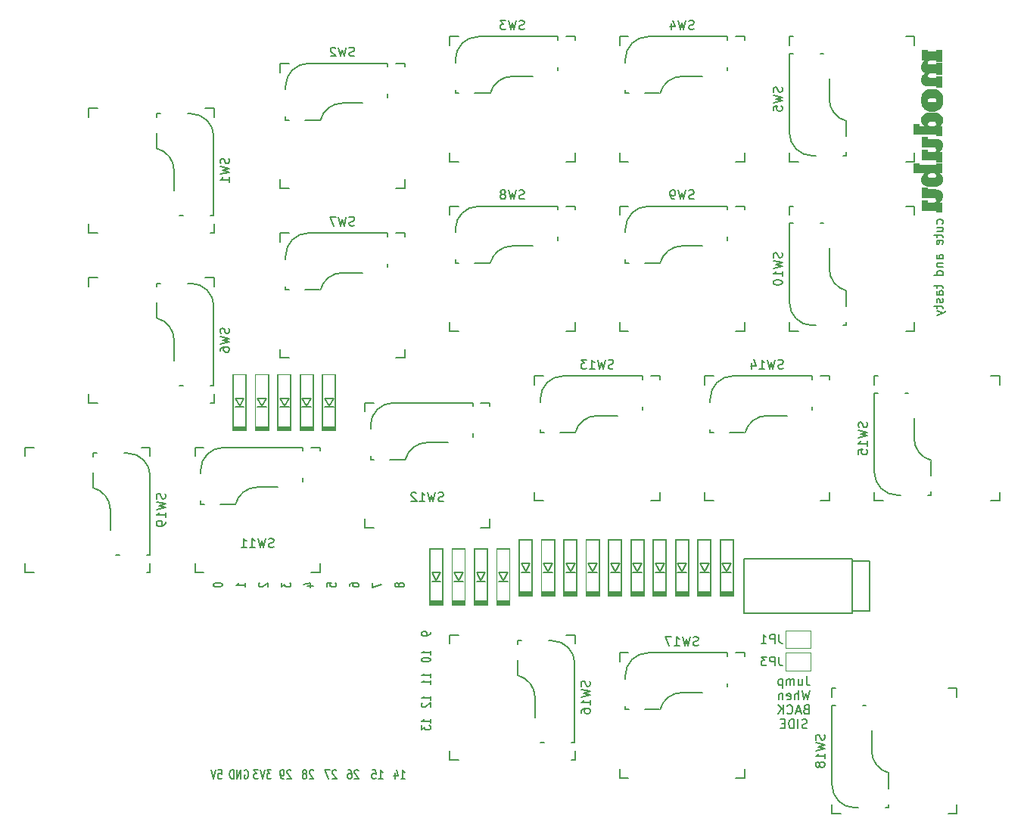
<source format=gbr>
%TF.GenerationSoftware,KiCad,Pcbnew,9.0.4*%
%TF.CreationDate,2025-11-12T08:08:54+09:00*%
%TF.ProjectId,modubu,6d6f6475-6275-42e6-9b69-6361645f7063,rev?*%
%TF.SameCoordinates,Original*%
%TF.FileFunction,Legend,Bot*%
%TF.FilePolarity,Positive*%
%FSLAX46Y46*%
G04 Gerber Fmt 4.6, Leading zero omitted, Abs format (unit mm)*
G04 Created by KiCad (PCBNEW 9.0.4) date 2025-11-12 08:08:54*
%MOMM*%
%LPD*%
G01*
G04 APERTURE LIST*
%ADD10C,0.300000*%
%ADD11C,0.200000*%
%ADD12C,0.150000*%
%ADD13C,0.000000*%
%ADD14C,0.120000*%
G04 APERTURE END LIST*
D10*
G36*
X137944511Y-60764358D02*
G01*
X138645000Y-60764358D01*
X138645000Y-59425480D01*
X137944511Y-59425480D01*
X137944511Y-59601884D01*
X137261608Y-59601884D01*
X137137248Y-59585742D01*
X137061939Y-59544731D01*
X137015685Y-59476499D01*
X136998558Y-59372540D01*
X137016004Y-59262062D01*
X137062899Y-59189238D01*
X137140505Y-59143686D01*
X137261608Y-59126343D01*
X137944511Y-59126343D01*
X137944511Y-59302748D01*
X138645000Y-59302748D01*
X138645000Y-57972296D01*
X137944511Y-57972296D01*
X137944511Y-58148700D01*
X137261608Y-58148700D01*
X137137248Y-58132558D01*
X137061939Y-58091548D01*
X137015685Y-58023315D01*
X136998558Y-57919356D01*
X137016004Y-57808879D01*
X137062899Y-57736054D01*
X137140505Y-57690503D01*
X137261608Y-57673160D01*
X137944511Y-57673160D01*
X137944511Y-57849564D01*
X138645000Y-57849564D01*
X138645000Y-56510686D01*
X137944511Y-56510686D01*
X137944511Y-56695516D01*
X136998558Y-56695516D01*
X136998558Y-56510686D01*
X136298070Y-56510686D01*
X136298070Y-57673160D01*
X136614426Y-57673160D01*
X136476291Y-57800490D01*
X136372349Y-57937292D01*
X136298986Y-58084958D01*
X136254511Y-58245881D01*
X136239269Y-58423290D01*
X136253939Y-58591676D01*
X136295024Y-58730164D01*
X136360169Y-58844609D01*
X136449680Y-58941700D01*
X136558485Y-59017242D01*
X136689713Y-59072122D01*
X136557891Y-59176605D01*
X136449299Y-59290307D01*
X136361817Y-59413756D01*
X136297240Y-59549303D01*
X136257363Y-59702322D01*
X136243482Y-59876474D01*
X136258860Y-60049854D01*
X136301858Y-60191650D01*
X136369983Y-60308132D01*
X136463850Y-60403672D01*
X136577326Y-60477093D01*
X136712927Y-60531941D01*
X136874885Y-60566999D01*
X137068351Y-60579527D01*
X137944511Y-60579527D01*
X137944511Y-60764358D01*
G37*
G36*
X137716470Y-60885146D02*
G01*
X137925733Y-60928778D01*
X138104783Y-60997613D01*
X138258163Y-61090323D01*
X138389277Y-61207292D01*
X138498229Y-61346274D01*
X138584792Y-61505971D01*
X138648991Y-61689438D01*
X138689520Y-61900559D01*
X138703801Y-62143903D01*
X138689520Y-62387247D01*
X138648991Y-62598368D01*
X138584792Y-62781834D01*
X138498229Y-62941531D01*
X138389277Y-63080513D01*
X138258153Y-63197554D01*
X138104767Y-63290314D01*
X137925716Y-63359184D01*
X137716459Y-63402836D01*
X137471535Y-63418301D01*
X137230389Y-63403129D01*
X137023123Y-63360192D01*
X136844632Y-63292270D01*
X136690661Y-63200583D01*
X136558005Y-63084726D01*
X136447874Y-62947314D01*
X136360231Y-62788221D01*
X136295080Y-62604189D01*
X136253838Y-62391052D01*
X136239269Y-62143903D01*
X136998558Y-62143903D01*
X137015772Y-62251880D01*
X137061939Y-62322322D01*
X137137606Y-62364996D01*
X137261608Y-62381673D01*
X137681461Y-62381673D01*
X137805464Y-62364996D01*
X137881130Y-62322322D01*
X137927297Y-62251880D01*
X137944511Y-62143903D01*
X137927304Y-62035894D01*
X137881130Y-61965300D01*
X137805482Y-61922764D01*
X137681461Y-61906132D01*
X137261608Y-61906132D01*
X137137587Y-61922764D01*
X137061939Y-61965300D01*
X137015766Y-62035894D01*
X136998558Y-62143903D01*
X136239269Y-62143903D01*
X136253549Y-61900559D01*
X136294078Y-61689438D01*
X136358278Y-61505971D01*
X136444840Y-61346274D01*
X136553792Y-61207292D01*
X136684907Y-61090323D01*
X136838286Y-60997613D01*
X137017337Y-60928778D01*
X137226599Y-60885146D01*
X137471535Y-60869688D01*
X137716470Y-60885146D01*
G37*
G36*
X137772627Y-63521422D02*
G01*
X138019167Y-63565884D01*
X138219987Y-63634038D01*
X138382683Y-63722933D01*
X138522456Y-63844391D01*
X138621196Y-63989523D01*
X138682230Y-64162960D01*
X138703801Y-64372313D01*
X138691644Y-64513074D01*
X138656278Y-64639793D01*
X138598105Y-64755164D01*
X138484765Y-64908370D01*
X138370593Y-65017298D01*
X138645000Y-65017298D01*
X138645000Y-66179955D01*
X137944511Y-66179955D01*
X137944511Y-65995124D01*
X135365673Y-65995124D01*
X135365673Y-64769635D01*
X136066161Y-64769635D01*
X136066161Y-65017298D01*
X136572477Y-65017298D01*
X136458305Y-64908370D01*
X136363124Y-64779710D01*
X136998558Y-64779710D01*
X137015765Y-64887528D01*
X137061939Y-64957947D01*
X137137606Y-65000621D01*
X137261608Y-65017298D01*
X137681461Y-65017298D01*
X137805464Y-65000621D01*
X137881130Y-64957947D01*
X137927304Y-64887528D01*
X137944511Y-64779710D01*
X137927304Y-64671702D01*
X137881130Y-64601108D01*
X137805482Y-64558572D01*
X137681461Y-64541940D01*
X137261608Y-64541940D01*
X137137587Y-64558572D01*
X137061939Y-64601108D01*
X137015766Y-64671702D01*
X136998558Y-64779710D01*
X136363124Y-64779710D01*
X136344965Y-64755164D01*
X136286791Y-64639793D01*
X136251425Y-64513074D01*
X136239269Y-64372313D01*
X136260849Y-64162973D01*
X136321912Y-63989539D01*
X136420706Y-63844402D01*
X136560570Y-63722933D01*
X136723176Y-63634044D01*
X136923929Y-63565891D01*
X137170434Y-63521425D01*
X137471535Y-63505312D01*
X137772627Y-63521422D01*
G37*
G36*
X137944511Y-69075148D02*
G01*
X138645000Y-69075148D01*
X138645000Y-67912675D01*
X138328644Y-67912675D01*
X138466778Y-67785344D01*
X138570720Y-67648542D01*
X138644083Y-67500877D01*
X138688559Y-67339953D01*
X138703801Y-67162544D01*
X138688423Y-66989163D01*
X138645425Y-66847368D01*
X138577299Y-66730886D01*
X138483433Y-66635346D01*
X138369866Y-66561912D01*
X138234223Y-66507065D01*
X138072290Y-66472014D01*
X137878932Y-66459491D01*
X136998558Y-66459491D01*
X136998558Y-66274660D01*
X136298070Y-66274660D01*
X136298070Y-67437134D01*
X137681461Y-67437134D01*
X137805482Y-67453765D01*
X137881130Y-67496302D01*
X137927304Y-67566896D01*
X137944511Y-67674904D01*
X137927297Y-67782881D01*
X137881130Y-67853324D01*
X137805464Y-67895997D01*
X137681461Y-67912675D01*
X136998558Y-67912675D01*
X136998558Y-67685895D01*
X136298070Y-67685895D01*
X136298070Y-68890318D01*
X137944511Y-68890318D01*
X137944511Y-69075148D01*
G37*
G36*
X136066161Y-69365858D02*
G01*
X137944511Y-69365858D01*
X137944511Y-69181028D01*
X138645000Y-69181028D01*
X138645000Y-70343501D01*
X138370593Y-70343501D01*
X138484765Y-70452429D01*
X138598105Y-70605635D01*
X138656271Y-70721009D01*
X138691641Y-70847787D01*
X138703801Y-70988669D01*
X138682231Y-71197924D01*
X138621200Y-71371267D01*
X138522462Y-71516310D01*
X138382683Y-71637683D01*
X138219975Y-71726658D01*
X138019151Y-71794868D01*
X137772614Y-71839365D01*
X137471535Y-71855487D01*
X137170446Y-71839362D01*
X136923945Y-71794862D01*
X136723188Y-71726652D01*
X136560570Y-71637683D01*
X136420701Y-71516299D01*
X136321908Y-71371251D01*
X136260848Y-71197911D01*
X136239269Y-70988669D01*
X136251429Y-70847787D01*
X136286798Y-70721009D01*
X136344965Y-70605635D01*
X136362988Y-70581272D01*
X136998558Y-70581272D01*
X137015772Y-70689249D01*
X137061939Y-70759691D01*
X137137606Y-70802365D01*
X137261608Y-70819042D01*
X137681461Y-70819042D01*
X137805464Y-70802365D01*
X137881130Y-70759691D01*
X137927297Y-70689249D01*
X137944511Y-70581272D01*
X137927304Y-70473264D01*
X137881130Y-70402669D01*
X137805482Y-70360133D01*
X137681461Y-70343501D01*
X137261608Y-70343501D01*
X137137587Y-70360133D01*
X137061939Y-70402669D01*
X137015766Y-70473264D01*
X136998558Y-70581272D01*
X136362988Y-70581272D01*
X136458305Y-70452429D01*
X136572477Y-70343501D01*
X135365673Y-70343501D01*
X135365673Y-69181028D01*
X136066161Y-69181028D01*
X136066161Y-69365858D01*
G37*
G36*
X137944511Y-74734744D02*
G01*
X138645000Y-74734744D01*
X138645000Y-73572270D01*
X138328644Y-73572270D01*
X138466778Y-73444939D01*
X138570720Y-73308137D01*
X138644083Y-73160472D01*
X138688559Y-72999548D01*
X138703801Y-72822139D01*
X138688423Y-72648759D01*
X138645425Y-72506963D01*
X138577299Y-72390481D01*
X138483433Y-72294941D01*
X138369866Y-72221508D01*
X138234223Y-72166660D01*
X138072290Y-72131609D01*
X137878932Y-72119086D01*
X136998558Y-72119086D01*
X136998558Y-71934255D01*
X136298070Y-71934255D01*
X136298070Y-73096729D01*
X137681461Y-73096729D01*
X137805482Y-73113361D01*
X137881130Y-73155897D01*
X137927304Y-73226491D01*
X137944511Y-73334499D01*
X137927297Y-73442476D01*
X137881130Y-73512919D01*
X137805464Y-73555593D01*
X137681461Y-73572270D01*
X136998558Y-73572270D01*
X136998558Y-73345490D01*
X136298070Y-73345490D01*
X136298070Y-74549913D01*
X137944511Y-74549913D01*
X137944511Y-74734744D01*
G37*
D11*
X123428571Y-126637303D02*
X123428571Y-127351588D01*
X123428571Y-127351588D02*
X123476190Y-127494445D01*
X123476190Y-127494445D02*
X123571428Y-127589684D01*
X123571428Y-127589684D02*
X123714285Y-127637303D01*
X123714285Y-127637303D02*
X123809523Y-127637303D01*
X122523809Y-126970636D02*
X122523809Y-127637303D01*
X122952380Y-126970636D02*
X122952380Y-127494445D01*
X122952380Y-127494445D02*
X122904761Y-127589684D01*
X122904761Y-127589684D02*
X122809523Y-127637303D01*
X122809523Y-127637303D02*
X122666666Y-127637303D01*
X122666666Y-127637303D02*
X122571428Y-127589684D01*
X122571428Y-127589684D02*
X122523809Y-127542064D01*
X122047618Y-127637303D02*
X122047618Y-126970636D01*
X122047618Y-127065874D02*
X121999999Y-127018255D01*
X121999999Y-127018255D02*
X121904761Y-126970636D01*
X121904761Y-126970636D02*
X121761904Y-126970636D01*
X121761904Y-126970636D02*
X121666666Y-127018255D01*
X121666666Y-127018255D02*
X121619047Y-127113493D01*
X121619047Y-127113493D02*
X121619047Y-127637303D01*
X121619047Y-127113493D02*
X121571428Y-127018255D01*
X121571428Y-127018255D02*
X121476190Y-126970636D01*
X121476190Y-126970636D02*
X121333333Y-126970636D01*
X121333333Y-126970636D02*
X121238094Y-127018255D01*
X121238094Y-127018255D02*
X121190475Y-127113493D01*
X121190475Y-127113493D02*
X121190475Y-127637303D01*
X120714285Y-126970636D02*
X120714285Y-127970636D01*
X120714285Y-127018255D02*
X120619047Y-126970636D01*
X120619047Y-126970636D02*
X120428571Y-126970636D01*
X120428571Y-126970636D02*
X120333333Y-127018255D01*
X120333333Y-127018255D02*
X120285714Y-127065874D01*
X120285714Y-127065874D02*
X120238095Y-127161112D01*
X120238095Y-127161112D02*
X120238095Y-127446826D01*
X120238095Y-127446826D02*
X120285714Y-127542064D01*
X120285714Y-127542064D02*
X120333333Y-127589684D01*
X120333333Y-127589684D02*
X120428571Y-127637303D01*
X120428571Y-127637303D02*
X120619047Y-127637303D01*
X120619047Y-127637303D02*
X120714285Y-127589684D01*
X123761904Y-128247247D02*
X123523809Y-129247247D01*
X123523809Y-129247247D02*
X123333333Y-128532961D01*
X123333333Y-128532961D02*
X123142857Y-129247247D01*
X123142857Y-129247247D02*
X122904762Y-128247247D01*
X122523809Y-129247247D02*
X122523809Y-128247247D01*
X122095238Y-129247247D02*
X122095238Y-128723437D01*
X122095238Y-128723437D02*
X122142857Y-128628199D01*
X122142857Y-128628199D02*
X122238095Y-128580580D01*
X122238095Y-128580580D02*
X122380952Y-128580580D01*
X122380952Y-128580580D02*
X122476190Y-128628199D01*
X122476190Y-128628199D02*
X122523809Y-128675818D01*
X121238095Y-129199628D02*
X121333333Y-129247247D01*
X121333333Y-129247247D02*
X121523809Y-129247247D01*
X121523809Y-129247247D02*
X121619047Y-129199628D01*
X121619047Y-129199628D02*
X121666666Y-129104389D01*
X121666666Y-129104389D02*
X121666666Y-128723437D01*
X121666666Y-128723437D02*
X121619047Y-128628199D01*
X121619047Y-128628199D02*
X121523809Y-128580580D01*
X121523809Y-128580580D02*
X121333333Y-128580580D01*
X121333333Y-128580580D02*
X121238095Y-128628199D01*
X121238095Y-128628199D02*
X121190476Y-128723437D01*
X121190476Y-128723437D02*
X121190476Y-128818675D01*
X121190476Y-128818675D02*
X121666666Y-128913913D01*
X120761904Y-128580580D02*
X120761904Y-129247247D01*
X120761904Y-128675818D02*
X120714285Y-128628199D01*
X120714285Y-128628199D02*
X120619047Y-128580580D01*
X120619047Y-128580580D02*
X120476190Y-128580580D01*
X120476190Y-128580580D02*
X120380952Y-128628199D01*
X120380952Y-128628199D02*
X120333333Y-128723437D01*
X120333333Y-128723437D02*
X120333333Y-129247247D01*
X123357142Y-130333381D02*
X123214285Y-130381000D01*
X123214285Y-130381000D02*
X123166666Y-130428619D01*
X123166666Y-130428619D02*
X123119047Y-130523857D01*
X123119047Y-130523857D02*
X123119047Y-130666714D01*
X123119047Y-130666714D02*
X123166666Y-130761952D01*
X123166666Y-130761952D02*
X123214285Y-130809572D01*
X123214285Y-130809572D02*
X123309523Y-130857191D01*
X123309523Y-130857191D02*
X123690475Y-130857191D01*
X123690475Y-130857191D02*
X123690475Y-129857191D01*
X123690475Y-129857191D02*
X123357142Y-129857191D01*
X123357142Y-129857191D02*
X123261904Y-129904810D01*
X123261904Y-129904810D02*
X123214285Y-129952429D01*
X123214285Y-129952429D02*
X123166666Y-130047667D01*
X123166666Y-130047667D02*
X123166666Y-130142905D01*
X123166666Y-130142905D02*
X123214285Y-130238143D01*
X123214285Y-130238143D02*
X123261904Y-130285762D01*
X123261904Y-130285762D02*
X123357142Y-130333381D01*
X123357142Y-130333381D02*
X123690475Y-130333381D01*
X122738094Y-130571476D02*
X122261904Y-130571476D01*
X122833332Y-130857191D02*
X122499999Y-129857191D01*
X122499999Y-129857191D02*
X122166666Y-130857191D01*
X121261904Y-130761952D02*
X121309523Y-130809572D01*
X121309523Y-130809572D02*
X121452380Y-130857191D01*
X121452380Y-130857191D02*
X121547618Y-130857191D01*
X121547618Y-130857191D02*
X121690475Y-130809572D01*
X121690475Y-130809572D02*
X121785713Y-130714333D01*
X121785713Y-130714333D02*
X121833332Y-130619095D01*
X121833332Y-130619095D02*
X121880951Y-130428619D01*
X121880951Y-130428619D02*
X121880951Y-130285762D01*
X121880951Y-130285762D02*
X121833332Y-130095286D01*
X121833332Y-130095286D02*
X121785713Y-130000048D01*
X121785713Y-130000048D02*
X121690475Y-129904810D01*
X121690475Y-129904810D02*
X121547618Y-129857191D01*
X121547618Y-129857191D02*
X121452380Y-129857191D01*
X121452380Y-129857191D02*
X121309523Y-129904810D01*
X121309523Y-129904810D02*
X121261904Y-129952429D01*
X120833332Y-130857191D02*
X120833332Y-129857191D01*
X120261904Y-130857191D02*
X120690475Y-130285762D01*
X120261904Y-129857191D02*
X120833332Y-130428619D01*
X123476189Y-132419516D02*
X123333332Y-132467135D01*
X123333332Y-132467135D02*
X123095237Y-132467135D01*
X123095237Y-132467135D02*
X122999999Y-132419516D01*
X122999999Y-132419516D02*
X122952380Y-132371896D01*
X122952380Y-132371896D02*
X122904761Y-132276658D01*
X122904761Y-132276658D02*
X122904761Y-132181420D01*
X122904761Y-132181420D02*
X122952380Y-132086182D01*
X122952380Y-132086182D02*
X122999999Y-132038563D01*
X122999999Y-132038563D02*
X123095237Y-131990944D01*
X123095237Y-131990944D02*
X123285713Y-131943325D01*
X123285713Y-131943325D02*
X123380951Y-131895706D01*
X123380951Y-131895706D02*
X123428570Y-131848087D01*
X123428570Y-131848087D02*
X123476189Y-131752849D01*
X123476189Y-131752849D02*
X123476189Y-131657611D01*
X123476189Y-131657611D02*
X123428570Y-131562373D01*
X123428570Y-131562373D02*
X123380951Y-131514754D01*
X123380951Y-131514754D02*
X123285713Y-131467135D01*
X123285713Y-131467135D02*
X123047618Y-131467135D01*
X123047618Y-131467135D02*
X122904761Y-131514754D01*
X122476189Y-132467135D02*
X122476189Y-131467135D01*
X121999999Y-132467135D02*
X121999999Y-131467135D01*
X121999999Y-131467135D02*
X121761904Y-131467135D01*
X121761904Y-131467135D02*
X121619047Y-131514754D01*
X121619047Y-131514754D02*
X121523809Y-131609992D01*
X121523809Y-131609992D02*
X121476190Y-131705230D01*
X121476190Y-131705230D02*
X121428571Y-131895706D01*
X121428571Y-131895706D02*
X121428571Y-132038563D01*
X121428571Y-132038563D02*
X121476190Y-132229039D01*
X121476190Y-132229039D02*
X121523809Y-132324277D01*
X121523809Y-132324277D02*
X121619047Y-132419516D01*
X121619047Y-132419516D02*
X121761904Y-132467135D01*
X121761904Y-132467135D02*
X121999999Y-132467135D01*
X120999999Y-131943325D02*
X120666666Y-131943325D01*
X120523809Y-132467135D02*
X120999999Y-132467135D01*
X120999999Y-132467135D02*
X120999999Y-131467135D01*
X120999999Y-131467135D02*
X120523809Y-131467135D01*
X138604600Y-75942855D02*
X138652219Y-75847617D01*
X138652219Y-75847617D02*
X138652219Y-75657141D01*
X138652219Y-75657141D02*
X138604600Y-75561903D01*
X138604600Y-75561903D02*
X138556980Y-75514284D01*
X138556980Y-75514284D02*
X138461742Y-75466665D01*
X138461742Y-75466665D02*
X138176028Y-75466665D01*
X138176028Y-75466665D02*
X138080790Y-75514284D01*
X138080790Y-75514284D02*
X138033171Y-75561903D01*
X138033171Y-75561903D02*
X137985552Y-75657141D01*
X137985552Y-75657141D02*
X137985552Y-75847617D01*
X137985552Y-75847617D02*
X138033171Y-75942855D01*
X137985552Y-76799998D02*
X138652219Y-76799998D01*
X137985552Y-76371427D02*
X138509361Y-76371427D01*
X138509361Y-76371427D02*
X138604600Y-76419046D01*
X138604600Y-76419046D02*
X138652219Y-76514284D01*
X138652219Y-76514284D02*
X138652219Y-76657141D01*
X138652219Y-76657141D02*
X138604600Y-76752379D01*
X138604600Y-76752379D02*
X138556980Y-76799998D01*
X137985552Y-77133332D02*
X137985552Y-77514284D01*
X137652219Y-77276189D02*
X138509361Y-77276189D01*
X138509361Y-77276189D02*
X138604600Y-77323808D01*
X138604600Y-77323808D02*
X138652219Y-77419046D01*
X138652219Y-77419046D02*
X138652219Y-77514284D01*
X138604600Y-78228570D02*
X138652219Y-78133332D01*
X138652219Y-78133332D02*
X138652219Y-77942856D01*
X138652219Y-77942856D02*
X138604600Y-77847618D01*
X138604600Y-77847618D02*
X138509361Y-77799999D01*
X138509361Y-77799999D02*
X138128409Y-77799999D01*
X138128409Y-77799999D02*
X138033171Y-77847618D01*
X138033171Y-77847618D02*
X137985552Y-77942856D01*
X137985552Y-77942856D02*
X137985552Y-78133332D01*
X137985552Y-78133332D02*
X138033171Y-78228570D01*
X138033171Y-78228570D02*
X138128409Y-78276189D01*
X138128409Y-78276189D02*
X138223647Y-78276189D01*
X138223647Y-78276189D02*
X138318885Y-77799999D01*
X138652219Y-79895237D02*
X138128409Y-79895237D01*
X138128409Y-79895237D02*
X138033171Y-79847618D01*
X138033171Y-79847618D02*
X137985552Y-79752380D01*
X137985552Y-79752380D02*
X137985552Y-79561904D01*
X137985552Y-79561904D02*
X138033171Y-79466666D01*
X138604600Y-79895237D02*
X138652219Y-79799999D01*
X138652219Y-79799999D02*
X138652219Y-79561904D01*
X138652219Y-79561904D02*
X138604600Y-79466666D01*
X138604600Y-79466666D02*
X138509361Y-79419047D01*
X138509361Y-79419047D02*
X138414123Y-79419047D01*
X138414123Y-79419047D02*
X138318885Y-79466666D01*
X138318885Y-79466666D02*
X138271266Y-79561904D01*
X138271266Y-79561904D02*
X138271266Y-79799999D01*
X138271266Y-79799999D02*
X138223647Y-79895237D01*
X137985552Y-80371428D02*
X138652219Y-80371428D01*
X138080790Y-80371428D02*
X138033171Y-80419047D01*
X138033171Y-80419047D02*
X137985552Y-80514285D01*
X137985552Y-80514285D02*
X137985552Y-80657142D01*
X137985552Y-80657142D02*
X138033171Y-80752380D01*
X138033171Y-80752380D02*
X138128409Y-80799999D01*
X138128409Y-80799999D02*
X138652219Y-80799999D01*
X138652219Y-81704761D02*
X137652219Y-81704761D01*
X138604600Y-81704761D02*
X138652219Y-81609523D01*
X138652219Y-81609523D02*
X138652219Y-81419047D01*
X138652219Y-81419047D02*
X138604600Y-81323809D01*
X138604600Y-81323809D02*
X138556980Y-81276190D01*
X138556980Y-81276190D02*
X138461742Y-81228571D01*
X138461742Y-81228571D02*
X138176028Y-81228571D01*
X138176028Y-81228571D02*
X138080790Y-81276190D01*
X138080790Y-81276190D02*
X138033171Y-81323809D01*
X138033171Y-81323809D02*
X137985552Y-81419047D01*
X137985552Y-81419047D02*
X137985552Y-81609523D01*
X137985552Y-81609523D02*
X138033171Y-81704761D01*
X137985552Y-82800000D02*
X137985552Y-83180952D01*
X137652219Y-82942857D02*
X138509361Y-82942857D01*
X138509361Y-82942857D02*
X138604600Y-82990476D01*
X138604600Y-82990476D02*
X138652219Y-83085714D01*
X138652219Y-83085714D02*
X138652219Y-83180952D01*
X138652219Y-83942857D02*
X138128409Y-83942857D01*
X138128409Y-83942857D02*
X138033171Y-83895238D01*
X138033171Y-83895238D02*
X137985552Y-83800000D01*
X137985552Y-83800000D02*
X137985552Y-83609524D01*
X137985552Y-83609524D02*
X138033171Y-83514286D01*
X138604600Y-83942857D02*
X138652219Y-83847619D01*
X138652219Y-83847619D02*
X138652219Y-83609524D01*
X138652219Y-83609524D02*
X138604600Y-83514286D01*
X138604600Y-83514286D02*
X138509361Y-83466667D01*
X138509361Y-83466667D02*
X138414123Y-83466667D01*
X138414123Y-83466667D02*
X138318885Y-83514286D01*
X138318885Y-83514286D02*
X138271266Y-83609524D01*
X138271266Y-83609524D02*
X138271266Y-83847619D01*
X138271266Y-83847619D02*
X138223647Y-83942857D01*
X138604600Y-84371429D02*
X138652219Y-84466667D01*
X138652219Y-84466667D02*
X138652219Y-84657143D01*
X138652219Y-84657143D02*
X138604600Y-84752381D01*
X138604600Y-84752381D02*
X138509361Y-84800000D01*
X138509361Y-84800000D02*
X138461742Y-84800000D01*
X138461742Y-84800000D02*
X138366504Y-84752381D01*
X138366504Y-84752381D02*
X138318885Y-84657143D01*
X138318885Y-84657143D02*
X138318885Y-84514286D01*
X138318885Y-84514286D02*
X138271266Y-84419048D01*
X138271266Y-84419048D02*
X138176028Y-84371429D01*
X138176028Y-84371429D02*
X138128409Y-84371429D01*
X138128409Y-84371429D02*
X138033171Y-84419048D01*
X138033171Y-84419048D02*
X137985552Y-84514286D01*
X137985552Y-84514286D02*
X137985552Y-84657143D01*
X137985552Y-84657143D02*
X138033171Y-84752381D01*
X137985552Y-85085715D02*
X137985552Y-85466667D01*
X137652219Y-85228572D02*
X138509361Y-85228572D01*
X138509361Y-85228572D02*
X138604600Y-85276191D01*
X138604600Y-85276191D02*
X138652219Y-85371429D01*
X138652219Y-85371429D02*
X138652219Y-85466667D01*
X137985552Y-85704763D02*
X138652219Y-85942858D01*
X137985552Y-86180953D02*
X138652219Y-85942858D01*
X138652219Y-85942858D02*
X138890314Y-85847620D01*
X138890314Y-85847620D02*
X138937933Y-85800001D01*
X138937933Y-85800001D02*
X138985552Y-85704763D01*
D12*
X51657200Y-106190476D02*
X51704819Y-106333333D01*
X51704819Y-106333333D02*
X51704819Y-106571428D01*
X51704819Y-106571428D02*
X51657200Y-106666666D01*
X51657200Y-106666666D02*
X51609580Y-106714285D01*
X51609580Y-106714285D02*
X51514342Y-106761904D01*
X51514342Y-106761904D02*
X51419104Y-106761904D01*
X51419104Y-106761904D02*
X51323866Y-106714285D01*
X51323866Y-106714285D02*
X51276247Y-106666666D01*
X51276247Y-106666666D02*
X51228628Y-106571428D01*
X51228628Y-106571428D02*
X51181009Y-106380952D01*
X51181009Y-106380952D02*
X51133390Y-106285714D01*
X51133390Y-106285714D02*
X51085771Y-106238095D01*
X51085771Y-106238095D02*
X50990533Y-106190476D01*
X50990533Y-106190476D02*
X50895295Y-106190476D01*
X50895295Y-106190476D02*
X50800057Y-106238095D01*
X50800057Y-106238095D02*
X50752438Y-106285714D01*
X50752438Y-106285714D02*
X50704819Y-106380952D01*
X50704819Y-106380952D02*
X50704819Y-106619047D01*
X50704819Y-106619047D02*
X50752438Y-106761904D01*
X50704819Y-107095238D02*
X51704819Y-107333333D01*
X51704819Y-107333333D02*
X50990533Y-107523809D01*
X50990533Y-107523809D02*
X51704819Y-107714285D01*
X51704819Y-107714285D02*
X50704819Y-107952381D01*
X51704819Y-108857142D02*
X51704819Y-108285714D01*
X51704819Y-108571428D02*
X50704819Y-108571428D01*
X50704819Y-108571428D02*
X50847676Y-108476190D01*
X50847676Y-108476190D02*
X50942914Y-108380952D01*
X50942914Y-108380952D02*
X50990533Y-108285714D01*
X51704819Y-109333333D02*
X51704819Y-109523809D01*
X51704819Y-109523809D02*
X51657200Y-109619047D01*
X51657200Y-109619047D02*
X51609580Y-109666666D01*
X51609580Y-109666666D02*
X51466723Y-109761904D01*
X51466723Y-109761904D02*
X51276247Y-109809523D01*
X51276247Y-109809523D02*
X50895295Y-109809523D01*
X50895295Y-109809523D02*
X50800057Y-109761904D01*
X50800057Y-109761904D02*
X50752438Y-109714285D01*
X50752438Y-109714285D02*
X50704819Y-109619047D01*
X50704819Y-109619047D02*
X50704819Y-109428571D01*
X50704819Y-109428571D02*
X50752438Y-109333333D01*
X50752438Y-109333333D02*
X50800057Y-109285714D01*
X50800057Y-109285714D02*
X50895295Y-109238095D01*
X50895295Y-109238095D02*
X51133390Y-109238095D01*
X51133390Y-109238095D02*
X51228628Y-109285714D01*
X51228628Y-109285714D02*
X51276247Y-109333333D01*
X51276247Y-109333333D02*
X51323866Y-109428571D01*
X51323866Y-109428571D02*
X51323866Y-109619047D01*
X51323866Y-109619047D02*
X51276247Y-109714285D01*
X51276247Y-109714285D02*
X51228628Y-109761904D01*
X51228628Y-109761904D02*
X51133390Y-109809523D01*
X58782200Y-68666667D02*
X58829819Y-68809524D01*
X58829819Y-68809524D02*
X58829819Y-69047619D01*
X58829819Y-69047619D02*
X58782200Y-69142857D01*
X58782200Y-69142857D02*
X58734580Y-69190476D01*
X58734580Y-69190476D02*
X58639342Y-69238095D01*
X58639342Y-69238095D02*
X58544104Y-69238095D01*
X58544104Y-69238095D02*
X58448866Y-69190476D01*
X58448866Y-69190476D02*
X58401247Y-69142857D01*
X58401247Y-69142857D02*
X58353628Y-69047619D01*
X58353628Y-69047619D02*
X58306009Y-68857143D01*
X58306009Y-68857143D02*
X58258390Y-68761905D01*
X58258390Y-68761905D02*
X58210771Y-68714286D01*
X58210771Y-68714286D02*
X58115533Y-68666667D01*
X58115533Y-68666667D02*
X58020295Y-68666667D01*
X58020295Y-68666667D02*
X57925057Y-68714286D01*
X57925057Y-68714286D02*
X57877438Y-68761905D01*
X57877438Y-68761905D02*
X57829819Y-68857143D01*
X57829819Y-68857143D02*
X57829819Y-69095238D01*
X57829819Y-69095238D02*
X57877438Y-69238095D01*
X57829819Y-69571429D02*
X58829819Y-69809524D01*
X58829819Y-69809524D02*
X58115533Y-70000000D01*
X58115533Y-70000000D02*
X58829819Y-70190476D01*
X58829819Y-70190476D02*
X57829819Y-70428572D01*
X58829819Y-71333333D02*
X58829819Y-70761905D01*
X58829819Y-71047619D02*
X57829819Y-71047619D01*
X57829819Y-71047619D02*
X57972676Y-70952381D01*
X57972676Y-70952381D02*
X58067914Y-70857143D01*
X58067914Y-70857143D02*
X58115533Y-70761905D01*
X125407200Y-133190476D02*
X125454819Y-133333333D01*
X125454819Y-133333333D02*
X125454819Y-133571428D01*
X125454819Y-133571428D02*
X125407200Y-133666666D01*
X125407200Y-133666666D02*
X125359580Y-133714285D01*
X125359580Y-133714285D02*
X125264342Y-133761904D01*
X125264342Y-133761904D02*
X125169104Y-133761904D01*
X125169104Y-133761904D02*
X125073866Y-133714285D01*
X125073866Y-133714285D02*
X125026247Y-133666666D01*
X125026247Y-133666666D02*
X124978628Y-133571428D01*
X124978628Y-133571428D02*
X124931009Y-133380952D01*
X124931009Y-133380952D02*
X124883390Y-133285714D01*
X124883390Y-133285714D02*
X124835771Y-133238095D01*
X124835771Y-133238095D02*
X124740533Y-133190476D01*
X124740533Y-133190476D02*
X124645295Y-133190476D01*
X124645295Y-133190476D02*
X124550057Y-133238095D01*
X124550057Y-133238095D02*
X124502438Y-133285714D01*
X124502438Y-133285714D02*
X124454819Y-133380952D01*
X124454819Y-133380952D02*
X124454819Y-133619047D01*
X124454819Y-133619047D02*
X124502438Y-133761904D01*
X124454819Y-134095238D02*
X125454819Y-134333333D01*
X125454819Y-134333333D02*
X124740533Y-134523809D01*
X124740533Y-134523809D02*
X125454819Y-134714285D01*
X125454819Y-134714285D02*
X124454819Y-134952381D01*
X125454819Y-135857142D02*
X125454819Y-135285714D01*
X125454819Y-135571428D02*
X124454819Y-135571428D01*
X124454819Y-135571428D02*
X124597676Y-135476190D01*
X124597676Y-135476190D02*
X124692914Y-135380952D01*
X124692914Y-135380952D02*
X124740533Y-135285714D01*
X124883390Y-136428571D02*
X124835771Y-136333333D01*
X124835771Y-136333333D02*
X124788152Y-136285714D01*
X124788152Y-136285714D02*
X124692914Y-136238095D01*
X124692914Y-136238095D02*
X124645295Y-136238095D01*
X124645295Y-136238095D02*
X124550057Y-136285714D01*
X124550057Y-136285714D02*
X124502438Y-136333333D01*
X124502438Y-136333333D02*
X124454819Y-136428571D01*
X124454819Y-136428571D02*
X124454819Y-136619047D01*
X124454819Y-136619047D02*
X124502438Y-136714285D01*
X124502438Y-136714285D02*
X124550057Y-136761904D01*
X124550057Y-136761904D02*
X124645295Y-136809523D01*
X124645295Y-136809523D02*
X124692914Y-136809523D01*
X124692914Y-136809523D02*
X124788152Y-136761904D01*
X124788152Y-136761904D02*
X124835771Y-136714285D01*
X124835771Y-136714285D02*
X124883390Y-136619047D01*
X124883390Y-136619047D02*
X124883390Y-136428571D01*
X124883390Y-136428571D02*
X124931009Y-136333333D01*
X124931009Y-136333333D02*
X124978628Y-136285714D01*
X124978628Y-136285714D02*
X125073866Y-136238095D01*
X125073866Y-136238095D02*
X125264342Y-136238095D01*
X125264342Y-136238095D02*
X125359580Y-136285714D01*
X125359580Y-136285714D02*
X125407200Y-136333333D01*
X125407200Y-136333333D02*
X125454819Y-136428571D01*
X125454819Y-136428571D02*
X125454819Y-136619047D01*
X125454819Y-136619047D02*
X125407200Y-136714285D01*
X125407200Y-136714285D02*
X125359580Y-136761904D01*
X125359580Y-136761904D02*
X125264342Y-136809523D01*
X125264342Y-136809523D02*
X125073866Y-136809523D01*
X125073866Y-136809523D02*
X124978628Y-136761904D01*
X124978628Y-136761904D02*
X124931009Y-136714285D01*
X124931009Y-136714285D02*
X124883390Y-136619047D01*
X91833332Y-73157200D02*
X91690475Y-73204819D01*
X91690475Y-73204819D02*
X91452380Y-73204819D01*
X91452380Y-73204819D02*
X91357142Y-73157200D01*
X91357142Y-73157200D02*
X91309523Y-73109580D01*
X91309523Y-73109580D02*
X91261904Y-73014342D01*
X91261904Y-73014342D02*
X91261904Y-72919104D01*
X91261904Y-72919104D02*
X91309523Y-72823866D01*
X91309523Y-72823866D02*
X91357142Y-72776247D01*
X91357142Y-72776247D02*
X91452380Y-72728628D01*
X91452380Y-72728628D02*
X91642856Y-72681009D01*
X91642856Y-72681009D02*
X91738094Y-72633390D01*
X91738094Y-72633390D02*
X91785713Y-72585771D01*
X91785713Y-72585771D02*
X91833332Y-72490533D01*
X91833332Y-72490533D02*
X91833332Y-72395295D01*
X91833332Y-72395295D02*
X91785713Y-72300057D01*
X91785713Y-72300057D02*
X91738094Y-72252438D01*
X91738094Y-72252438D02*
X91642856Y-72204819D01*
X91642856Y-72204819D02*
X91404761Y-72204819D01*
X91404761Y-72204819D02*
X91261904Y-72252438D01*
X90928570Y-72204819D02*
X90690475Y-73204819D01*
X90690475Y-73204819D02*
X90499999Y-72490533D01*
X90499999Y-72490533D02*
X90309523Y-73204819D01*
X90309523Y-73204819D02*
X90071428Y-72204819D01*
X89547618Y-72633390D02*
X89642856Y-72585771D01*
X89642856Y-72585771D02*
X89690475Y-72538152D01*
X89690475Y-72538152D02*
X89738094Y-72442914D01*
X89738094Y-72442914D02*
X89738094Y-72395295D01*
X89738094Y-72395295D02*
X89690475Y-72300057D01*
X89690475Y-72300057D02*
X89642856Y-72252438D01*
X89642856Y-72252438D02*
X89547618Y-72204819D01*
X89547618Y-72204819D02*
X89357142Y-72204819D01*
X89357142Y-72204819D02*
X89261904Y-72252438D01*
X89261904Y-72252438D02*
X89214285Y-72300057D01*
X89214285Y-72300057D02*
X89166666Y-72395295D01*
X89166666Y-72395295D02*
X89166666Y-72442914D01*
X89166666Y-72442914D02*
X89214285Y-72538152D01*
X89214285Y-72538152D02*
X89261904Y-72585771D01*
X89261904Y-72585771D02*
X89357142Y-72633390D01*
X89357142Y-72633390D02*
X89547618Y-72633390D01*
X89547618Y-72633390D02*
X89642856Y-72681009D01*
X89642856Y-72681009D02*
X89690475Y-72728628D01*
X89690475Y-72728628D02*
X89738094Y-72823866D01*
X89738094Y-72823866D02*
X89738094Y-73014342D01*
X89738094Y-73014342D02*
X89690475Y-73109580D01*
X89690475Y-73109580D02*
X89642856Y-73157200D01*
X89642856Y-73157200D02*
X89547618Y-73204819D01*
X89547618Y-73204819D02*
X89357142Y-73204819D01*
X89357142Y-73204819D02*
X89261904Y-73157200D01*
X89261904Y-73157200D02*
X89214285Y-73109580D01*
X89214285Y-73109580D02*
X89166666Y-73014342D01*
X89166666Y-73014342D02*
X89166666Y-72823866D01*
X89166666Y-72823866D02*
X89214285Y-72728628D01*
X89214285Y-72728628D02*
X89261904Y-72681009D01*
X89261904Y-72681009D02*
X89357142Y-72633390D01*
X70817030Y-137215057D02*
X70778934Y-137167438D01*
X70778934Y-137167438D02*
X70702744Y-137119819D01*
X70702744Y-137119819D02*
X70512268Y-137119819D01*
X70512268Y-137119819D02*
X70436077Y-137167438D01*
X70436077Y-137167438D02*
X70397982Y-137215057D01*
X70397982Y-137215057D02*
X70359887Y-137310295D01*
X70359887Y-137310295D02*
X70359887Y-137405533D01*
X70359887Y-137405533D02*
X70397982Y-137548390D01*
X70397982Y-137548390D02*
X70855125Y-138119819D01*
X70855125Y-138119819D02*
X70359887Y-138119819D01*
X70093220Y-137119819D02*
X69559886Y-137119819D01*
X69559886Y-137119819D02*
X69902744Y-138119819D01*
X77810140Y-116343446D02*
X77762521Y-116267256D01*
X77762521Y-116267256D02*
X77714902Y-116229161D01*
X77714902Y-116229161D02*
X77619664Y-116191065D01*
X77619664Y-116191065D02*
X77572045Y-116191065D01*
X77572045Y-116191065D02*
X77476807Y-116229161D01*
X77476807Y-116229161D02*
X77429188Y-116267256D01*
X77429188Y-116267256D02*
X77381569Y-116343446D01*
X77381569Y-116343446D02*
X77381569Y-116495827D01*
X77381569Y-116495827D02*
X77429188Y-116572018D01*
X77429188Y-116572018D02*
X77476807Y-116610113D01*
X77476807Y-116610113D02*
X77572045Y-116648208D01*
X77572045Y-116648208D02*
X77619664Y-116648208D01*
X77619664Y-116648208D02*
X77714902Y-116610113D01*
X77714902Y-116610113D02*
X77762521Y-116572018D01*
X77762521Y-116572018D02*
X77810140Y-116495827D01*
X77810140Y-116495827D02*
X77810140Y-116343446D01*
X77810140Y-116343446D02*
X77857759Y-116267256D01*
X77857759Y-116267256D02*
X77905378Y-116229161D01*
X77905378Y-116229161D02*
X78000616Y-116191065D01*
X78000616Y-116191065D02*
X78191092Y-116191065D01*
X78191092Y-116191065D02*
X78286330Y-116229161D01*
X78286330Y-116229161D02*
X78333950Y-116267256D01*
X78333950Y-116267256D02*
X78381569Y-116343446D01*
X78381569Y-116343446D02*
X78381569Y-116495827D01*
X78381569Y-116495827D02*
X78333950Y-116572018D01*
X78333950Y-116572018D02*
X78286330Y-116610113D01*
X78286330Y-116610113D02*
X78191092Y-116648208D01*
X78191092Y-116648208D02*
X78000616Y-116648208D01*
X78000616Y-116648208D02*
X77905378Y-116610113D01*
X77905378Y-116610113D02*
X77857759Y-116572018D01*
X77857759Y-116572018D02*
X77810140Y-116495827D01*
X65748935Y-137215057D02*
X65710839Y-137167438D01*
X65710839Y-137167438D02*
X65634649Y-137119819D01*
X65634649Y-137119819D02*
X65444173Y-137119819D01*
X65444173Y-137119819D02*
X65367982Y-137167438D01*
X65367982Y-137167438D02*
X65329887Y-137215057D01*
X65329887Y-137215057D02*
X65291792Y-137310295D01*
X65291792Y-137310295D02*
X65291792Y-137405533D01*
X65291792Y-137405533D02*
X65329887Y-137548390D01*
X65329887Y-137548390D02*
X65787030Y-138119819D01*
X65787030Y-138119819D02*
X65291792Y-138119819D01*
X64910839Y-138119819D02*
X64758458Y-138119819D01*
X64758458Y-138119819D02*
X64682268Y-138072200D01*
X64682268Y-138072200D02*
X64644172Y-138024580D01*
X64644172Y-138024580D02*
X64567982Y-137881723D01*
X64567982Y-137881723D02*
X64529887Y-137691247D01*
X64529887Y-137691247D02*
X64529887Y-137310295D01*
X64529887Y-137310295D02*
X64567982Y-137215057D01*
X64567982Y-137215057D02*
X64606077Y-137167438D01*
X64606077Y-137167438D02*
X64682268Y-137119819D01*
X64682268Y-137119819D02*
X64834649Y-137119819D01*
X64834649Y-137119819D02*
X64910839Y-137167438D01*
X64910839Y-137167438D02*
X64948934Y-137215057D01*
X64948934Y-137215057D02*
X64987030Y-137310295D01*
X64987030Y-137310295D02*
X64987030Y-137548390D01*
X64987030Y-137548390D02*
X64948934Y-137643628D01*
X64948934Y-137643628D02*
X64910839Y-137691247D01*
X64910839Y-137691247D02*
X64834649Y-137738866D01*
X64834649Y-137738866D02*
X64682268Y-137738866D01*
X64682268Y-137738866D02*
X64606077Y-137691247D01*
X64606077Y-137691247D02*
X64567982Y-137643628D01*
X64567982Y-137643628D02*
X64529887Y-137548390D01*
X81335819Y-131881302D02*
X81335819Y-131424159D01*
X81335819Y-131652731D02*
X80335819Y-131652731D01*
X80335819Y-131652731D02*
X80478676Y-131576540D01*
X80478676Y-131576540D02*
X80573914Y-131500350D01*
X80573914Y-131500350D02*
X80621533Y-131424159D01*
X80335819Y-132147969D02*
X80335819Y-132643207D01*
X80335819Y-132643207D02*
X80716771Y-132376541D01*
X80716771Y-132376541D02*
X80716771Y-132490826D01*
X80716771Y-132490826D02*
X80764390Y-132567017D01*
X80764390Y-132567017D02*
X80812009Y-132605112D01*
X80812009Y-132605112D02*
X80907247Y-132643207D01*
X80907247Y-132643207D02*
X81145342Y-132643207D01*
X81145342Y-132643207D02*
X81240580Y-132605112D01*
X81240580Y-132605112D02*
X81288200Y-132567017D01*
X81288200Y-132567017D02*
X81335819Y-132490826D01*
X81335819Y-132490826D02*
X81335819Y-132262255D01*
X81335819Y-132262255D02*
X81288200Y-132186064D01*
X81288200Y-132186064D02*
X81240580Y-132147969D01*
X57061569Y-116381541D02*
X57061569Y-116457731D01*
X57061569Y-116457731D02*
X57109188Y-116533922D01*
X57109188Y-116533922D02*
X57156807Y-116572017D01*
X57156807Y-116572017D02*
X57252045Y-116610112D01*
X57252045Y-116610112D02*
X57442521Y-116648207D01*
X57442521Y-116648207D02*
X57680616Y-116648207D01*
X57680616Y-116648207D02*
X57871092Y-116610112D01*
X57871092Y-116610112D02*
X57966330Y-116572017D01*
X57966330Y-116572017D02*
X58013950Y-116533922D01*
X58013950Y-116533922D02*
X58061569Y-116457731D01*
X58061569Y-116457731D02*
X58061569Y-116381541D01*
X58061569Y-116381541D02*
X58013950Y-116305350D01*
X58013950Y-116305350D02*
X57966330Y-116267255D01*
X57966330Y-116267255D02*
X57871092Y-116229160D01*
X57871092Y-116229160D02*
X57680616Y-116191064D01*
X57680616Y-116191064D02*
X57442521Y-116191064D01*
X57442521Y-116191064D02*
X57252045Y-116229160D01*
X57252045Y-116229160D02*
X57156807Y-116267255D01*
X57156807Y-116267255D02*
X57109188Y-116305350D01*
X57109188Y-116305350D02*
X57061569Y-116381541D01*
X62236808Y-116191064D02*
X62189189Y-116229160D01*
X62189189Y-116229160D02*
X62141570Y-116305350D01*
X62141570Y-116305350D02*
X62141570Y-116495826D01*
X62141570Y-116495826D02*
X62189189Y-116572017D01*
X62189189Y-116572017D02*
X62236808Y-116610112D01*
X62236808Y-116610112D02*
X62332046Y-116648207D01*
X62332046Y-116648207D02*
X62427284Y-116648207D01*
X62427284Y-116648207D02*
X62570141Y-116610112D01*
X62570141Y-116610112D02*
X63141570Y-116152969D01*
X63141570Y-116152969D02*
X63141570Y-116648207D01*
X81335819Y-121721302D02*
X81335819Y-121873683D01*
X81335819Y-121873683D02*
X81288200Y-121949873D01*
X81288200Y-121949873D02*
X81240580Y-121987969D01*
X81240580Y-121987969D02*
X81097723Y-122064159D01*
X81097723Y-122064159D02*
X80907247Y-122102254D01*
X80907247Y-122102254D02*
X80526295Y-122102254D01*
X80526295Y-122102254D02*
X80431057Y-122064159D01*
X80431057Y-122064159D02*
X80383438Y-122026064D01*
X80383438Y-122026064D02*
X80335819Y-121949873D01*
X80335819Y-121949873D02*
X80335819Y-121797492D01*
X80335819Y-121797492D02*
X80383438Y-121721302D01*
X80383438Y-121721302D02*
X80431057Y-121683207D01*
X80431057Y-121683207D02*
X80526295Y-121645111D01*
X80526295Y-121645111D02*
X80764390Y-121645111D01*
X80764390Y-121645111D02*
X80859628Y-121683207D01*
X80859628Y-121683207D02*
X80907247Y-121721302D01*
X80907247Y-121721302D02*
X80954866Y-121797492D01*
X80954866Y-121797492D02*
X80954866Y-121949873D01*
X80954866Y-121949873D02*
X80907247Y-122026064D01*
X80907247Y-122026064D02*
X80859628Y-122064159D01*
X80859628Y-122064159D02*
X80764390Y-122102254D01*
X75541792Y-138119819D02*
X75998935Y-138119819D01*
X75770363Y-138119819D02*
X75770363Y-137119819D01*
X75770363Y-137119819D02*
X75846554Y-137262676D01*
X75846554Y-137262676D02*
X75922744Y-137357914D01*
X75922744Y-137357914D02*
X75998935Y-137405533D01*
X74817982Y-137119819D02*
X75198934Y-137119819D01*
X75198934Y-137119819D02*
X75237030Y-137596009D01*
X75237030Y-137596009D02*
X75198934Y-137548390D01*
X75198934Y-137548390D02*
X75122744Y-137500771D01*
X75122744Y-137500771D02*
X74932268Y-137500771D01*
X74932268Y-137500771D02*
X74856077Y-137548390D01*
X74856077Y-137548390D02*
X74817982Y-137596009D01*
X74817982Y-137596009D02*
X74779887Y-137691247D01*
X74779887Y-137691247D02*
X74779887Y-137929342D01*
X74779887Y-137929342D02*
X74817982Y-138024580D01*
X74817982Y-138024580D02*
X74856077Y-138072200D01*
X74856077Y-138072200D02*
X74932268Y-138119819D01*
X74932268Y-138119819D02*
X75122744Y-138119819D01*
X75122744Y-138119819D02*
X75198934Y-138072200D01*
X75198934Y-138072200D02*
X75237030Y-138024580D01*
X81335819Y-129328206D02*
X81335819Y-128871063D01*
X81335819Y-129099635D02*
X80335819Y-129099635D01*
X80335819Y-129099635D02*
X80478676Y-129023444D01*
X80478676Y-129023444D02*
X80573914Y-128947254D01*
X80573914Y-128947254D02*
X80621533Y-128871063D01*
X80431057Y-129632968D02*
X80383438Y-129671064D01*
X80383438Y-129671064D02*
X80335819Y-129747254D01*
X80335819Y-129747254D02*
X80335819Y-129937730D01*
X80335819Y-129937730D02*
X80383438Y-130013921D01*
X80383438Y-130013921D02*
X80431057Y-130052016D01*
X80431057Y-130052016D02*
X80526295Y-130090111D01*
X80526295Y-130090111D02*
X80621533Y-130090111D01*
X80621533Y-130090111D02*
X80764390Y-130052016D01*
X80764390Y-130052016D02*
X81335819Y-129594873D01*
X81335819Y-129594873D02*
X81335819Y-130090111D01*
X63537030Y-137119819D02*
X63041792Y-137119819D01*
X63041792Y-137119819D02*
X63308458Y-137500771D01*
X63308458Y-137500771D02*
X63194173Y-137500771D01*
X63194173Y-137500771D02*
X63117982Y-137548390D01*
X63117982Y-137548390D02*
X63079887Y-137596009D01*
X63079887Y-137596009D02*
X63041792Y-137691247D01*
X63041792Y-137691247D02*
X63041792Y-137929342D01*
X63041792Y-137929342D02*
X63079887Y-138024580D01*
X63079887Y-138024580D02*
X63117982Y-138072200D01*
X63117982Y-138072200D02*
X63194173Y-138119819D01*
X63194173Y-138119819D02*
X63422744Y-138119819D01*
X63422744Y-138119819D02*
X63498935Y-138072200D01*
X63498935Y-138072200D02*
X63537030Y-138024580D01*
X62813220Y-137119819D02*
X62546553Y-138119819D01*
X62546553Y-138119819D02*
X62279887Y-137119819D01*
X62089411Y-137119819D02*
X61594173Y-137119819D01*
X61594173Y-137119819D02*
X61860839Y-137500771D01*
X61860839Y-137500771D02*
X61746554Y-137500771D01*
X61746554Y-137500771D02*
X61670363Y-137548390D01*
X61670363Y-137548390D02*
X61632268Y-137596009D01*
X61632268Y-137596009D02*
X61594173Y-137691247D01*
X61594173Y-137691247D02*
X61594173Y-137929342D01*
X61594173Y-137929342D02*
X61632268Y-138024580D01*
X61632268Y-138024580D02*
X61670363Y-138072200D01*
X61670363Y-138072200D02*
X61746554Y-138119819D01*
X61746554Y-138119819D02*
X61975125Y-138119819D01*
X61975125Y-138119819D02*
X62051316Y-138072200D01*
X62051316Y-138072200D02*
X62089411Y-138024580D01*
X73317031Y-137215057D02*
X73278935Y-137167438D01*
X73278935Y-137167438D02*
X73202745Y-137119819D01*
X73202745Y-137119819D02*
X73012269Y-137119819D01*
X73012269Y-137119819D02*
X72936078Y-137167438D01*
X72936078Y-137167438D02*
X72897983Y-137215057D01*
X72897983Y-137215057D02*
X72859888Y-137310295D01*
X72859888Y-137310295D02*
X72859888Y-137405533D01*
X72859888Y-137405533D02*
X72897983Y-137548390D01*
X72897983Y-137548390D02*
X73355126Y-138119819D01*
X73355126Y-138119819D02*
X72859888Y-138119819D01*
X72174173Y-137119819D02*
X72326554Y-137119819D01*
X72326554Y-137119819D02*
X72402745Y-137167438D01*
X72402745Y-137167438D02*
X72440840Y-137215057D01*
X72440840Y-137215057D02*
X72517030Y-137357914D01*
X72517030Y-137357914D02*
X72555126Y-137548390D01*
X72555126Y-137548390D02*
X72555126Y-137929342D01*
X72555126Y-137929342D02*
X72517030Y-138024580D01*
X72517030Y-138024580D02*
X72478935Y-138072200D01*
X72478935Y-138072200D02*
X72402745Y-138119819D01*
X72402745Y-138119819D02*
X72250364Y-138119819D01*
X72250364Y-138119819D02*
X72174173Y-138072200D01*
X72174173Y-138072200D02*
X72136078Y-138024580D01*
X72136078Y-138024580D02*
X72097983Y-137929342D01*
X72097983Y-137929342D02*
X72097983Y-137691247D01*
X72097983Y-137691247D02*
X72136078Y-137596009D01*
X72136078Y-137596009D02*
X72174173Y-137548390D01*
X72174173Y-137548390D02*
X72250364Y-137500771D01*
X72250364Y-137500771D02*
X72402745Y-137500771D01*
X72402745Y-137500771D02*
X72478935Y-137548390D01*
X72478935Y-137548390D02*
X72517030Y-137596009D01*
X72517030Y-137596009D02*
X72555126Y-137691247D01*
X57579887Y-137119819D02*
X57960839Y-137119819D01*
X57960839Y-137119819D02*
X57998935Y-137596009D01*
X57998935Y-137596009D02*
X57960839Y-137548390D01*
X57960839Y-137548390D02*
X57884649Y-137500771D01*
X57884649Y-137500771D02*
X57694173Y-137500771D01*
X57694173Y-137500771D02*
X57617982Y-137548390D01*
X57617982Y-137548390D02*
X57579887Y-137596009D01*
X57579887Y-137596009D02*
X57541792Y-137691247D01*
X57541792Y-137691247D02*
X57541792Y-137929342D01*
X57541792Y-137929342D02*
X57579887Y-138024580D01*
X57579887Y-138024580D02*
X57617982Y-138072200D01*
X57617982Y-138072200D02*
X57694173Y-138119819D01*
X57694173Y-138119819D02*
X57884649Y-138119819D01*
X57884649Y-138119819D02*
X57960839Y-138072200D01*
X57960839Y-138072200D02*
X57998935Y-138024580D01*
X57313220Y-137119819D02*
X57046553Y-138119819D01*
X57046553Y-138119819D02*
X56779887Y-137119819D01*
X64681570Y-116152969D02*
X64681570Y-116648207D01*
X64681570Y-116648207D02*
X65062522Y-116381541D01*
X65062522Y-116381541D02*
X65062522Y-116495826D01*
X65062522Y-116495826D02*
X65110141Y-116572017D01*
X65110141Y-116572017D02*
X65157760Y-116610112D01*
X65157760Y-116610112D02*
X65252998Y-116648207D01*
X65252998Y-116648207D02*
X65491093Y-116648207D01*
X65491093Y-116648207D02*
X65586331Y-116610112D01*
X65586331Y-116610112D02*
X65633951Y-116572017D01*
X65633951Y-116572017D02*
X65681570Y-116495826D01*
X65681570Y-116495826D02*
X65681570Y-116267255D01*
X65681570Y-116267255D02*
X65633951Y-116191064D01*
X65633951Y-116191064D02*
X65586331Y-116152969D01*
X60601568Y-116648208D02*
X60601568Y-116191065D01*
X60601568Y-116419637D02*
X59601568Y-116419637D01*
X59601568Y-116419637D02*
X59744425Y-116343446D01*
X59744425Y-116343446D02*
X59839663Y-116267256D01*
X59839663Y-116267256D02*
X59887282Y-116191065D01*
X60541792Y-137167438D02*
X60617982Y-137119819D01*
X60617982Y-137119819D02*
X60732268Y-137119819D01*
X60732268Y-137119819D02*
X60846554Y-137167438D01*
X60846554Y-137167438D02*
X60922744Y-137262676D01*
X60922744Y-137262676D02*
X60960839Y-137357914D01*
X60960839Y-137357914D02*
X60998935Y-137548390D01*
X60998935Y-137548390D02*
X60998935Y-137691247D01*
X60998935Y-137691247D02*
X60960839Y-137881723D01*
X60960839Y-137881723D02*
X60922744Y-137976961D01*
X60922744Y-137976961D02*
X60846554Y-138072200D01*
X60846554Y-138072200D02*
X60732268Y-138119819D01*
X60732268Y-138119819D02*
X60656077Y-138119819D01*
X60656077Y-138119819D02*
X60541792Y-138072200D01*
X60541792Y-138072200D02*
X60503696Y-138024580D01*
X60503696Y-138024580D02*
X60503696Y-137691247D01*
X60503696Y-137691247D02*
X60656077Y-137691247D01*
X60160839Y-138119819D02*
X60160839Y-137119819D01*
X60160839Y-137119819D02*
X59703696Y-138119819D01*
X59703696Y-138119819D02*
X59703696Y-137119819D01*
X59322744Y-138119819D02*
X59322744Y-137119819D01*
X59322744Y-137119819D02*
X59132268Y-137119819D01*
X59132268Y-137119819D02*
X59017982Y-137167438D01*
X59017982Y-137167438D02*
X58941792Y-137262676D01*
X58941792Y-137262676D02*
X58903697Y-137357914D01*
X58903697Y-137357914D02*
X58865601Y-137548390D01*
X58865601Y-137548390D02*
X58865601Y-137691247D01*
X58865601Y-137691247D02*
X58903697Y-137881723D01*
X58903697Y-137881723D02*
X58941792Y-137976961D01*
X58941792Y-137976961D02*
X59017982Y-138072200D01*
X59017982Y-138072200D02*
X59132268Y-138119819D01*
X59132268Y-138119819D02*
X59322744Y-138119819D01*
X72301569Y-116572016D02*
X72301569Y-116419635D01*
X72301569Y-116419635D02*
X72349188Y-116343444D01*
X72349188Y-116343444D02*
X72396807Y-116305349D01*
X72396807Y-116305349D02*
X72539664Y-116229159D01*
X72539664Y-116229159D02*
X72730140Y-116191063D01*
X72730140Y-116191063D02*
X73111092Y-116191063D01*
X73111092Y-116191063D02*
X73206330Y-116229159D01*
X73206330Y-116229159D02*
X73253950Y-116267254D01*
X73253950Y-116267254D02*
X73301569Y-116343444D01*
X73301569Y-116343444D02*
X73301569Y-116495825D01*
X73301569Y-116495825D02*
X73253950Y-116572016D01*
X73253950Y-116572016D02*
X73206330Y-116610111D01*
X73206330Y-116610111D02*
X73111092Y-116648206D01*
X73111092Y-116648206D02*
X72872997Y-116648206D01*
X72872997Y-116648206D02*
X72777759Y-116610111D01*
X72777759Y-116610111D02*
X72730140Y-116572016D01*
X72730140Y-116572016D02*
X72682521Y-116495825D01*
X72682521Y-116495825D02*
X72682521Y-116343444D01*
X72682521Y-116343444D02*
X72730140Y-116267254D01*
X72730140Y-116267254D02*
X72777759Y-116229159D01*
X72777759Y-116229159D02*
X72872997Y-116191063D01*
X81335819Y-126788207D02*
X81335819Y-126331064D01*
X81335819Y-126559636D02*
X80335819Y-126559636D01*
X80335819Y-126559636D02*
X80478676Y-126483445D01*
X80478676Y-126483445D02*
X80573914Y-126407255D01*
X80573914Y-126407255D02*
X80621533Y-126331064D01*
X81335819Y-127550112D02*
X81335819Y-127092969D01*
X81335819Y-127321541D02*
X80335819Y-127321541D01*
X80335819Y-127321541D02*
X80478676Y-127245350D01*
X80478676Y-127245350D02*
X80573914Y-127169160D01*
X80573914Y-127169160D02*
X80621533Y-127092969D01*
X81335820Y-124248207D02*
X81335820Y-123791064D01*
X81335820Y-124019636D02*
X80335820Y-124019636D01*
X80335820Y-124019636D02*
X80478677Y-123943445D01*
X80478677Y-123943445D02*
X80573915Y-123867255D01*
X80573915Y-123867255D02*
X80621534Y-123791064D01*
X80335820Y-124743446D02*
X80335820Y-124819636D01*
X80335820Y-124819636D02*
X80383439Y-124895827D01*
X80383439Y-124895827D02*
X80431058Y-124933922D01*
X80431058Y-124933922D02*
X80526296Y-124972017D01*
X80526296Y-124972017D02*
X80716772Y-125010112D01*
X80716772Y-125010112D02*
X80954867Y-125010112D01*
X80954867Y-125010112D02*
X81145343Y-124972017D01*
X81145343Y-124972017D02*
X81240581Y-124933922D01*
X81240581Y-124933922D02*
X81288201Y-124895827D01*
X81288201Y-124895827D02*
X81335820Y-124819636D01*
X81335820Y-124819636D02*
X81335820Y-124743446D01*
X81335820Y-124743446D02*
X81288201Y-124667255D01*
X81288201Y-124667255D02*
X81240581Y-124629160D01*
X81240581Y-124629160D02*
X81145343Y-124591065D01*
X81145343Y-124591065D02*
X80954867Y-124552969D01*
X80954867Y-124552969D02*
X80716772Y-124552969D01*
X80716772Y-124552969D02*
X80526296Y-124591065D01*
X80526296Y-124591065D02*
X80431058Y-124629160D01*
X80431058Y-124629160D02*
X80383439Y-124667255D01*
X80383439Y-124667255D02*
X80335820Y-124743446D01*
X68248935Y-137215057D02*
X68210839Y-137167438D01*
X68210839Y-137167438D02*
X68134649Y-137119819D01*
X68134649Y-137119819D02*
X67944173Y-137119819D01*
X67944173Y-137119819D02*
X67867982Y-137167438D01*
X67867982Y-137167438D02*
X67829887Y-137215057D01*
X67829887Y-137215057D02*
X67791792Y-137310295D01*
X67791792Y-137310295D02*
X67791792Y-137405533D01*
X67791792Y-137405533D02*
X67829887Y-137548390D01*
X67829887Y-137548390D02*
X68287030Y-138119819D01*
X68287030Y-138119819D02*
X67791792Y-138119819D01*
X67334649Y-137548390D02*
X67410839Y-137500771D01*
X67410839Y-137500771D02*
X67448934Y-137453152D01*
X67448934Y-137453152D02*
X67487030Y-137357914D01*
X67487030Y-137357914D02*
X67487030Y-137310295D01*
X67487030Y-137310295D02*
X67448934Y-137215057D01*
X67448934Y-137215057D02*
X67410839Y-137167438D01*
X67410839Y-137167438D02*
X67334649Y-137119819D01*
X67334649Y-137119819D02*
X67182268Y-137119819D01*
X67182268Y-137119819D02*
X67106077Y-137167438D01*
X67106077Y-137167438D02*
X67067982Y-137215057D01*
X67067982Y-137215057D02*
X67029887Y-137310295D01*
X67029887Y-137310295D02*
X67029887Y-137357914D01*
X67029887Y-137357914D02*
X67067982Y-137453152D01*
X67067982Y-137453152D02*
X67106077Y-137500771D01*
X67106077Y-137500771D02*
X67182268Y-137548390D01*
X67182268Y-137548390D02*
X67334649Y-137548390D01*
X67334649Y-137548390D02*
X67410839Y-137596009D01*
X67410839Y-137596009D02*
X67448934Y-137643628D01*
X67448934Y-137643628D02*
X67487030Y-137738866D01*
X67487030Y-137738866D02*
X67487030Y-137929342D01*
X67487030Y-137929342D02*
X67448934Y-138024580D01*
X67448934Y-138024580D02*
X67410839Y-138072200D01*
X67410839Y-138072200D02*
X67334649Y-138119819D01*
X67334649Y-138119819D02*
X67182268Y-138119819D01*
X67182268Y-138119819D02*
X67106077Y-138072200D01*
X67106077Y-138072200D02*
X67067982Y-138024580D01*
X67067982Y-138024580D02*
X67029887Y-137929342D01*
X67029887Y-137929342D02*
X67029887Y-137738866D01*
X67029887Y-137738866D02*
X67067982Y-137643628D01*
X67067982Y-137643628D02*
X67106077Y-137596009D01*
X67106077Y-137596009D02*
X67182268Y-137548390D01*
X78041792Y-138119819D02*
X78498935Y-138119819D01*
X78270363Y-138119819D02*
X78270363Y-137119819D01*
X78270363Y-137119819D02*
X78346554Y-137262676D01*
X78346554Y-137262676D02*
X78422744Y-137357914D01*
X78422744Y-137357914D02*
X78498935Y-137405533D01*
X77356077Y-137453152D02*
X77356077Y-138119819D01*
X77546553Y-137072200D02*
X77737030Y-137786485D01*
X77737030Y-137786485D02*
X77241791Y-137786485D01*
X69761570Y-116610112D02*
X69761570Y-116229160D01*
X69761570Y-116229160D02*
X70237760Y-116191064D01*
X70237760Y-116191064D02*
X70190141Y-116229160D01*
X70190141Y-116229160D02*
X70142522Y-116305350D01*
X70142522Y-116305350D02*
X70142522Y-116495826D01*
X70142522Y-116495826D02*
X70190141Y-116572017D01*
X70190141Y-116572017D02*
X70237760Y-116610112D01*
X70237760Y-116610112D02*
X70332998Y-116648207D01*
X70332998Y-116648207D02*
X70571093Y-116648207D01*
X70571093Y-116648207D02*
X70666331Y-116610112D01*
X70666331Y-116610112D02*
X70713951Y-116572017D01*
X70713951Y-116572017D02*
X70761570Y-116495826D01*
X70761570Y-116495826D02*
X70761570Y-116305350D01*
X70761570Y-116305350D02*
X70713951Y-116229160D01*
X70713951Y-116229160D02*
X70666331Y-116191064D01*
X67554903Y-116572017D02*
X68221570Y-116572017D01*
X67173951Y-116381541D02*
X67888236Y-116191064D01*
X67888236Y-116191064D02*
X67888236Y-116686303D01*
X74841569Y-116152969D02*
X74841569Y-116686303D01*
X74841569Y-116686303D02*
X75841569Y-116343445D01*
X82809525Y-107007200D02*
X82666668Y-107054819D01*
X82666668Y-107054819D02*
X82428573Y-107054819D01*
X82428573Y-107054819D02*
X82333335Y-107007200D01*
X82333335Y-107007200D02*
X82285716Y-106959580D01*
X82285716Y-106959580D02*
X82238097Y-106864342D01*
X82238097Y-106864342D02*
X82238097Y-106769104D01*
X82238097Y-106769104D02*
X82285716Y-106673866D01*
X82285716Y-106673866D02*
X82333335Y-106626247D01*
X82333335Y-106626247D02*
X82428573Y-106578628D01*
X82428573Y-106578628D02*
X82619049Y-106531009D01*
X82619049Y-106531009D02*
X82714287Y-106483390D01*
X82714287Y-106483390D02*
X82761906Y-106435771D01*
X82761906Y-106435771D02*
X82809525Y-106340533D01*
X82809525Y-106340533D02*
X82809525Y-106245295D01*
X82809525Y-106245295D02*
X82761906Y-106150057D01*
X82761906Y-106150057D02*
X82714287Y-106102438D01*
X82714287Y-106102438D02*
X82619049Y-106054819D01*
X82619049Y-106054819D02*
X82380954Y-106054819D01*
X82380954Y-106054819D02*
X82238097Y-106102438D01*
X81904763Y-106054819D02*
X81666668Y-107054819D01*
X81666668Y-107054819D02*
X81476192Y-106340533D01*
X81476192Y-106340533D02*
X81285716Y-107054819D01*
X81285716Y-107054819D02*
X81047621Y-106054819D01*
X80142859Y-107054819D02*
X80714287Y-107054819D01*
X80428573Y-107054819D02*
X80428573Y-106054819D01*
X80428573Y-106054819D02*
X80523811Y-106197676D01*
X80523811Y-106197676D02*
X80619049Y-106292914D01*
X80619049Y-106292914D02*
X80714287Y-106340533D01*
X79761906Y-106150057D02*
X79714287Y-106102438D01*
X79714287Y-106102438D02*
X79619049Y-106054819D01*
X79619049Y-106054819D02*
X79380954Y-106054819D01*
X79380954Y-106054819D02*
X79285716Y-106102438D01*
X79285716Y-106102438D02*
X79238097Y-106150057D01*
X79238097Y-106150057D02*
X79190478Y-106245295D01*
X79190478Y-106245295D02*
X79190478Y-106340533D01*
X79190478Y-106340533D02*
X79238097Y-106483390D01*
X79238097Y-106483390D02*
X79809525Y-107054819D01*
X79809525Y-107054819D02*
X79190478Y-107054819D01*
X101809523Y-92157200D02*
X101666666Y-92204819D01*
X101666666Y-92204819D02*
X101428571Y-92204819D01*
X101428571Y-92204819D02*
X101333333Y-92157200D01*
X101333333Y-92157200D02*
X101285714Y-92109580D01*
X101285714Y-92109580D02*
X101238095Y-92014342D01*
X101238095Y-92014342D02*
X101238095Y-91919104D01*
X101238095Y-91919104D02*
X101285714Y-91823866D01*
X101285714Y-91823866D02*
X101333333Y-91776247D01*
X101333333Y-91776247D02*
X101428571Y-91728628D01*
X101428571Y-91728628D02*
X101619047Y-91681009D01*
X101619047Y-91681009D02*
X101714285Y-91633390D01*
X101714285Y-91633390D02*
X101761904Y-91585771D01*
X101761904Y-91585771D02*
X101809523Y-91490533D01*
X101809523Y-91490533D02*
X101809523Y-91395295D01*
X101809523Y-91395295D02*
X101761904Y-91300057D01*
X101761904Y-91300057D02*
X101714285Y-91252438D01*
X101714285Y-91252438D02*
X101619047Y-91204819D01*
X101619047Y-91204819D02*
X101380952Y-91204819D01*
X101380952Y-91204819D02*
X101238095Y-91252438D01*
X100904761Y-91204819D02*
X100666666Y-92204819D01*
X100666666Y-92204819D02*
X100476190Y-91490533D01*
X100476190Y-91490533D02*
X100285714Y-92204819D01*
X100285714Y-92204819D02*
X100047619Y-91204819D01*
X99142857Y-92204819D02*
X99714285Y-92204819D01*
X99428571Y-92204819D02*
X99428571Y-91204819D01*
X99428571Y-91204819D02*
X99523809Y-91347676D01*
X99523809Y-91347676D02*
X99619047Y-91442914D01*
X99619047Y-91442914D02*
X99714285Y-91490533D01*
X98809523Y-91204819D02*
X98190476Y-91204819D01*
X98190476Y-91204819D02*
X98523809Y-91585771D01*
X98523809Y-91585771D02*
X98380952Y-91585771D01*
X98380952Y-91585771D02*
X98285714Y-91633390D01*
X98285714Y-91633390D02*
X98238095Y-91681009D01*
X98238095Y-91681009D02*
X98190476Y-91776247D01*
X98190476Y-91776247D02*
X98190476Y-92014342D01*
X98190476Y-92014342D02*
X98238095Y-92109580D01*
X98238095Y-92109580D02*
X98285714Y-92157200D01*
X98285714Y-92157200D02*
X98380952Y-92204819D01*
X98380952Y-92204819D02*
X98666666Y-92204819D01*
X98666666Y-92204819D02*
X98761904Y-92157200D01*
X98761904Y-92157200D02*
X98809523Y-92109580D01*
X58782200Y-87666667D02*
X58829819Y-87809524D01*
X58829819Y-87809524D02*
X58829819Y-88047619D01*
X58829819Y-88047619D02*
X58782200Y-88142857D01*
X58782200Y-88142857D02*
X58734580Y-88190476D01*
X58734580Y-88190476D02*
X58639342Y-88238095D01*
X58639342Y-88238095D02*
X58544104Y-88238095D01*
X58544104Y-88238095D02*
X58448866Y-88190476D01*
X58448866Y-88190476D02*
X58401247Y-88142857D01*
X58401247Y-88142857D02*
X58353628Y-88047619D01*
X58353628Y-88047619D02*
X58306009Y-87857143D01*
X58306009Y-87857143D02*
X58258390Y-87761905D01*
X58258390Y-87761905D02*
X58210771Y-87714286D01*
X58210771Y-87714286D02*
X58115533Y-87666667D01*
X58115533Y-87666667D02*
X58020295Y-87666667D01*
X58020295Y-87666667D02*
X57925057Y-87714286D01*
X57925057Y-87714286D02*
X57877438Y-87761905D01*
X57877438Y-87761905D02*
X57829819Y-87857143D01*
X57829819Y-87857143D02*
X57829819Y-88095238D01*
X57829819Y-88095238D02*
X57877438Y-88238095D01*
X57829819Y-88571429D02*
X58829819Y-88809524D01*
X58829819Y-88809524D02*
X58115533Y-89000000D01*
X58115533Y-89000000D02*
X58829819Y-89190476D01*
X58829819Y-89190476D02*
X57829819Y-89428572D01*
X57829819Y-90238095D02*
X57829819Y-90047619D01*
X57829819Y-90047619D02*
X57877438Y-89952381D01*
X57877438Y-89952381D02*
X57925057Y-89904762D01*
X57925057Y-89904762D02*
X58067914Y-89809524D01*
X58067914Y-89809524D02*
X58258390Y-89761905D01*
X58258390Y-89761905D02*
X58639342Y-89761905D01*
X58639342Y-89761905D02*
X58734580Y-89809524D01*
X58734580Y-89809524D02*
X58782200Y-89857143D01*
X58782200Y-89857143D02*
X58829819Y-89952381D01*
X58829819Y-89952381D02*
X58829819Y-90142857D01*
X58829819Y-90142857D02*
X58782200Y-90238095D01*
X58782200Y-90238095D02*
X58734580Y-90285714D01*
X58734580Y-90285714D02*
X58639342Y-90333333D01*
X58639342Y-90333333D02*
X58401247Y-90333333D01*
X58401247Y-90333333D02*
X58306009Y-90285714D01*
X58306009Y-90285714D02*
X58258390Y-90238095D01*
X58258390Y-90238095D02*
X58210771Y-90142857D01*
X58210771Y-90142857D02*
X58210771Y-89952381D01*
X58210771Y-89952381D02*
X58258390Y-89857143D01*
X58258390Y-89857143D02*
X58306009Y-89809524D01*
X58306009Y-89809524D02*
X58401247Y-89761905D01*
X120657200Y-79190476D02*
X120704819Y-79333333D01*
X120704819Y-79333333D02*
X120704819Y-79571428D01*
X120704819Y-79571428D02*
X120657200Y-79666666D01*
X120657200Y-79666666D02*
X120609580Y-79714285D01*
X120609580Y-79714285D02*
X120514342Y-79761904D01*
X120514342Y-79761904D02*
X120419104Y-79761904D01*
X120419104Y-79761904D02*
X120323866Y-79714285D01*
X120323866Y-79714285D02*
X120276247Y-79666666D01*
X120276247Y-79666666D02*
X120228628Y-79571428D01*
X120228628Y-79571428D02*
X120181009Y-79380952D01*
X120181009Y-79380952D02*
X120133390Y-79285714D01*
X120133390Y-79285714D02*
X120085771Y-79238095D01*
X120085771Y-79238095D02*
X119990533Y-79190476D01*
X119990533Y-79190476D02*
X119895295Y-79190476D01*
X119895295Y-79190476D02*
X119800057Y-79238095D01*
X119800057Y-79238095D02*
X119752438Y-79285714D01*
X119752438Y-79285714D02*
X119704819Y-79380952D01*
X119704819Y-79380952D02*
X119704819Y-79619047D01*
X119704819Y-79619047D02*
X119752438Y-79761904D01*
X119704819Y-80095238D02*
X120704819Y-80333333D01*
X120704819Y-80333333D02*
X119990533Y-80523809D01*
X119990533Y-80523809D02*
X120704819Y-80714285D01*
X120704819Y-80714285D02*
X119704819Y-80952381D01*
X120704819Y-81857142D02*
X120704819Y-81285714D01*
X120704819Y-81571428D02*
X119704819Y-81571428D01*
X119704819Y-81571428D02*
X119847676Y-81476190D01*
X119847676Y-81476190D02*
X119942914Y-81380952D01*
X119942914Y-81380952D02*
X119990533Y-81285714D01*
X119704819Y-82476190D02*
X119704819Y-82571428D01*
X119704819Y-82571428D02*
X119752438Y-82666666D01*
X119752438Y-82666666D02*
X119800057Y-82714285D01*
X119800057Y-82714285D02*
X119895295Y-82761904D01*
X119895295Y-82761904D02*
X120085771Y-82809523D01*
X120085771Y-82809523D02*
X120323866Y-82809523D01*
X120323866Y-82809523D02*
X120514342Y-82761904D01*
X120514342Y-82761904D02*
X120609580Y-82714285D01*
X120609580Y-82714285D02*
X120657200Y-82666666D01*
X120657200Y-82666666D02*
X120704819Y-82571428D01*
X120704819Y-82571428D02*
X120704819Y-82476190D01*
X120704819Y-82476190D02*
X120657200Y-82380952D01*
X120657200Y-82380952D02*
X120609580Y-82333333D01*
X120609580Y-82333333D02*
X120514342Y-82285714D01*
X120514342Y-82285714D02*
X120323866Y-82238095D01*
X120323866Y-82238095D02*
X120085771Y-82238095D01*
X120085771Y-82238095D02*
X119895295Y-82285714D01*
X119895295Y-82285714D02*
X119800057Y-82333333D01*
X119800057Y-82333333D02*
X119752438Y-82380952D01*
X119752438Y-82380952D02*
X119704819Y-82476190D01*
X99157200Y-127190476D02*
X99204819Y-127333333D01*
X99204819Y-127333333D02*
X99204819Y-127571428D01*
X99204819Y-127571428D02*
X99157200Y-127666666D01*
X99157200Y-127666666D02*
X99109580Y-127714285D01*
X99109580Y-127714285D02*
X99014342Y-127761904D01*
X99014342Y-127761904D02*
X98919104Y-127761904D01*
X98919104Y-127761904D02*
X98823866Y-127714285D01*
X98823866Y-127714285D02*
X98776247Y-127666666D01*
X98776247Y-127666666D02*
X98728628Y-127571428D01*
X98728628Y-127571428D02*
X98681009Y-127380952D01*
X98681009Y-127380952D02*
X98633390Y-127285714D01*
X98633390Y-127285714D02*
X98585771Y-127238095D01*
X98585771Y-127238095D02*
X98490533Y-127190476D01*
X98490533Y-127190476D02*
X98395295Y-127190476D01*
X98395295Y-127190476D02*
X98300057Y-127238095D01*
X98300057Y-127238095D02*
X98252438Y-127285714D01*
X98252438Y-127285714D02*
X98204819Y-127380952D01*
X98204819Y-127380952D02*
X98204819Y-127619047D01*
X98204819Y-127619047D02*
X98252438Y-127761904D01*
X98204819Y-128095238D02*
X99204819Y-128333333D01*
X99204819Y-128333333D02*
X98490533Y-128523809D01*
X98490533Y-128523809D02*
X99204819Y-128714285D01*
X99204819Y-128714285D02*
X98204819Y-128952381D01*
X99204819Y-129857142D02*
X99204819Y-129285714D01*
X99204819Y-129571428D02*
X98204819Y-129571428D01*
X98204819Y-129571428D02*
X98347676Y-129476190D01*
X98347676Y-129476190D02*
X98442914Y-129380952D01*
X98442914Y-129380952D02*
X98490533Y-129285714D01*
X98204819Y-130714285D02*
X98204819Y-130523809D01*
X98204819Y-130523809D02*
X98252438Y-130428571D01*
X98252438Y-130428571D02*
X98300057Y-130380952D01*
X98300057Y-130380952D02*
X98442914Y-130285714D01*
X98442914Y-130285714D02*
X98633390Y-130238095D01*
X98633390Y-130238095D02*
X99014342Y-130238095D01*
X99014342Y-130238095D02*
X99109580Y-130285714D01*
X99109580Y-130285714D02*
X99157200Y-130333333D01*
X99157200Y-130333333D02*
X99204819Y-130428571D01*
X99204819Y-130428571D02*
X99204819Y-130619047D01*
X99204819Y-130619047D02*
X99157200Y-130714285D01*
X99157200Y-130714285D02*
X99109580Y-130761904D01*
X99109580Y-130761904D02*
X99014342Y-130809523D01*
X99014342Y-130809523D02*
X98776247Y-130809523D01*
X98776247Y-130809523D02*
X98681009Y-130761904D01*
X98681009Y-130761904D02*
X98633390Y-130714285D01*
X98633390Y-130714285D02*
X98585771Y-130619047D01*
X98585771Y-130619047D02*
X98585771Y-130428571D01*
X98585771Y-130428571D02*
X98633390Y-130333333D01*
X98633390Y-130333333D02*
X98681009Y-130285714D01*
X98681009Y-130285714D02*
X98776247Y-130238095D01*
X110833332Y-73157200D02*
X110690475Y-73204819D01*
X110690475Y-73204819D02*
X110452380Y-73204819D01*
X110452380Y-73204819D02*
X110357142Y-73157200D01*
X110357142Y-73157200D02*
X110309523Y-73109580D01*
X110309523Y-73109580D02*
X110261904Y-73014342D01*
X110261904Y-73014342D02*
X110261904Y-72919104D01*
X110261904Y-72919104D02*
X110309523Y-72823866D01*
X110309523Y-72823866D02*
X110357142Y-72776247D01*
X110357142Y-72776247D02*
X110452380Y-72728628D01*
X110452380Y-72728628D02*
X110642856Y-72681009D01*
X110642856Y-72681009D02*
X110738094Y-72633390D01*
X110738094Y-72633390D02*
X110785713Y-72585771D01*
X110785713Y-72585771D02*
X110833332Y-72490533D01*
X110833332Y-72490533D02*
X110833332Y-72395295D01*
X110833332Y-72395295D02*
X110785713Y-72300057D01*
X110785713Y-72300057D02*
X110738094Y-72252438D01*
X110738094Y-72252438D02*
X110642856Y-72204819D01*
X110642856Y-72204819D02*
X110404761Y-72204819D01*
X110404761Y-72204819D02*
X110261904Y-72252438D01*
X109928570Y-72204819D02*
X109690475Y-73204819D01*
X109690475Y-73204819D02*
X109499999Y-72490533D01*
X109499999Y-72490533D02*
X109309523Y-73204819D01*
X109309523Y-73204819D02*
X109071428Y-72204819D01*
X108642856Y-73204819D02*
X108452380Y-73204819D01*
X108452380Y-73204819D02*
X108357142Y-73157200D01*
X108357142Y-73157200D02*
X108309523Y-73109580D01*
X108309523Y-73109580D02*
X108214285Y-72966723D01*
X108214285Y-72966723D02*
X108166666Y-72776247D01*
X108166666Y-72776247D02*
X108166666Y-72395295D01*
X108166666Y-72395295D02*
X108214285Y-72300057D01*
X108214285Y-72300057D02*
X108261904Y-72252438D01*
X108261904Y-72252438D02*
X108357142Y-72204819D01*
X108357142Y-72204819D02*
X108547618Y-72204819D01*
X108547618Y-72204819D02*
X108642856Y-72252438D01*
X108642856Y-72252438D02*
X108690475Y-72300057D01*
X108690475Y-72300057D02*
X108738094Y-72395295D01*
X108738094Y-72395295D02*
X108738094Y-72633390D01*
X108738094Y-72633390D02*
X108690475Y-72728628D01*
X108690475Y-72728628D02*
X108642856Y-72776247D01*
X108642856Y-72776247D02*
X108547618Y-72823866D01*
X108547618Y-72823866D02*
X108357142Y-72823866D01*
X108357142Y-72823866D02*
X108261904Y-72776247D01*
X108261904Y-72776247D02*
X108214285Y-72728628D01*
X108214285Y-72728628D02*
X108166666Y-72633390D01*
X72833332Y-57157200D02*
X72690475Y-57204819D01*
X72690475Y-57204819D02*
X72452380Y-57204819D01*
X72452380Y-57204819D02*
X72357142Y-57157200D01*
X72357142Y-57157200D02*
X72309523Y-57109580D01*
X72309523Y-57109580D02*
X72261904Y-57014342D01*
X72261904Y-57014342D02*
X72261904Y-56919104D01*
X72261904Y-56919104D02*
X72309523Y-56823866D01*
X72309523Y-56823866D02*
X72357142Y-56776247D01*
X72357142Y-56776247D02*
X72452380Y-56728628D01*
X72452380Y-56728628D02*
X72642856Y-56681009D01*
X72642856Y-56681009D02*
X72738094Y-56633390D01*
X72738094Y-56633390D02*
X72785713Y-56585771D01*
X72785713Y-56585771D02*
X72833332Y-56490533D01*
X72833332Y-56490533D02*
X72833332Y-56395295D01*
X72833332Y-56395295D02*
X72785713Y-56300057D01*
X72785713Y-56300057D02*
X72738094Y-56252438D01*
X72738094Y-56252438D02*
X72642856Y-56204819D01*
X72642856Y-56204819D02*
X72404761Y-56204819D01*
X72404761Y-56204819D02*
X72261904Y-56252438D01*
X71928570Y-56204819D02*
X71690475Y-57204819D01*
X71690475Y-57204819D02*
X71499999Y-56490533D01*
X71499999Y-56490533D02*
X71309523Y-57204819D01*
X71309523Y-57204819D02*
X71071428Y-56204819D01*
X70738094Y-56300057D02*
X70690475Y-56252438D01*
X70690475Y-56252438D02*
X70595237Y-56204819D01*
X70595237Y-56204819D02*
X70357142Y-56204819D01*
X70357142Y-56204819D02*
X70261904Y-56252438D01*
X70261904Y-56252438D02*
X70214285Y-56300057D01*
X70214285Y-56300057D02*
X70166666Y-56395295D01*
X70166666Y-56395295D02*
X70166666Y-56490533D01*
X70166666Y-56490533D02*
X70214285Y-56633390D01*
X70214285Y-56633390D02*
X70785713Y-57204819D01*
X70785713Y-57204819D02*
X70166666Y-57204819D01*
X120657200Y-60666667D02*
X120704819Y-60809524D01*
X120704819Y-60809524D02*
X120704819Y-61047619D01*
X120704819Y-61047619D02*
X120657200Y-61142857D01*
X120657200Y-61142857D02*
X120609580Y-61190476D01*
X120609580Y-61190476D02*
X120514342Y-61238095D01*
X120514342Y-61238095D02*
X120419104Y-61238095D01*
X120419104Y-61238095D02*
X120323866Y-61190476D01*
X120323866Y-61190476D02*
X120276247Y-61142857D01*
X120276247Y-61142857D02*
X120228628Y-61047619D01*
X120228628Y-61047619D02*
X120181009Y-60857143D01*
X120181009Y-60857143D02*
X120133390Y-60761905D01*
X120133390Y-60761905D02*
X120085771Y-60714286D01*
X120085771Y-60714286D02*
X119990533Y-60666667D01*
X119990533Y-60666667D02*
X119895295Y-60666667D01*
X119895295Y-60666667D02*
X119800057Y-60714286D01*
X119800057Y-60714286D02*
X119752438Y-60761905D01*
X119752438Y-60761905D02*
X119704819Y-60857143D01*
X119704819Y-60857143D02*
X119704819Y-61095238D01*
X119704819Y-61095238D02*
X119752438Y-61238095D01*
X119704819Y-61571429D02*
X120704819Y-61809524D01*
X120704819Y-61809524D02*
X119990533Y-62000000D01*
X119990533Y-62000000D02*
X120704819Y-62190476D01*
X120704819Y-62190476D02*
X119704819Y-62428572D01*
X119704819Y-63285714D02*
X119704819Y-62809524D01*
X119704819Y-62809524D02*
X120181009Y-62761905D01*
X120181009Y-62761905D02*
X120133390Y-62809524D01*
X120133390Y-62809524D02*
X120085771Y-62904762D01*
X120085771Y-62904762D02*
X120085771Y-63142857D01*
X120085771Y-63142857D02*
X120133390Y-63238095D01*
X120133390Y-63238095D02*
X120181009Y-63285714D01*
X120181009Y-63285714D02*
X120276247Y-63333333D01*
X120276247Y-63333333D02*
X120514342Y-63333333D01*
X120514342Y-63333333D02*
X120609580Y-63285714D01*
X120609580Y-63285714D02*
X120657200Y-63238095D01*
X120657200Y-63238095D02*
X120704819Y-63142857D01*
X120704819Y-63142857D02*
X120704819Y-62904762D01*
X120704819Y-62904762D02*
X120657200Y-62809524D01*
X120657200Y-62809524D02*
X120609580Y-62761905D01*
X110833332Y-54157200D02*
X110690475Y-54204819D01*
X110690475Y-54204819D02*
X110452380Y-54204819D01*
X110452380Y-54204819D02*
X110357142Y-54157200D01*
X110357142Y-54157200D02*
X110309523Y-54109580D01*
X110309523Y-54109580D02*
X110261904Y-54014342D01*
X110261904Y-54014342D02*
X110261904Y-53919104D01*
X110261904Y-53919104D02*
X110309523Y-53823866D01*
X110309523Y-53823866D02*
X110357142Y-53776247D01*
X110357142Y-53776247D02*
X110452380Y-53728628D01*
X110452380Y-53728628D02*
X110642856Y-53681009D01*
X110642856Y-53681009D02*
X110738094Y-53633390D01*
X110738094Y-53633390D02*
X110785713Y-53585771D01*
X110785713Y-53585771D02*
X110833332Y-53490533D01*
X110833332Y-53490533D02*
X110833332Y-53395295D01*
X110833332Y-53395295D02*
X110785713Y-53300057D01*
X110785713Y-53300057D02*
X110738094Y-53252438D01*
X110738094Y-53252438D02*
X110642856Y-53204819D01*
X110642856Y-53204819D02*
X110404761Y-53204819D01*
X110404761Y-53204819D02*
X110261904Y-53252438D01*
X109928570Y-53204819D02*
X109690475Y-54204819D01*
X109690475Y-54204819D02*
X109499999Y-53490533D01*
X109499999Y-53490533D02*
X109309523Y-54204819D01*
X109309523Y-54204819D02*
X109071428Y-53204819D01*
X108261904Y-53538152D02*
X108261904Y-54204819D01*
X108499999Y-53157200D02*
X108738094Y-53871485D01*
X108738094Y-53871485D02*
X108119047Y-53871485D01*
X130157200Y-98190476D02*
X130204819Y-98333333D01*
X130204819Y-98333333D02*
X130204819Y-98571428D01*
X130204819Y-98571428D02*
X130157200Y-98666666D01*
X130157200Y-98666666D02*
X130109580Y-98714285D01*
X130109580Y-98714285D02*
X130014342Y-98761904D01*
X130014342Y-98761904D02*
X129919104Y-98761904D01*
X129919104Y-98761904D02*
X129823866Y-98714285D01*
X129823866Y-98714285D02*
X129776247Y-98666666D01*
X129776247Y-98666666D02*
X129728628Y-98571428D01*
X129728628Y-98571428D02*
X129681009Y-98380952D01*
X129681009Y-98380952D02*
X129633390Y-98285714D01*
X129633390Y-98285714D02*
X129585771Y-98238095D01*
X129585771Y-98238095D02*
X129490533Y-98190476D01*
X129490533Y-98190476D02*
X129395295Y-98190476D01*
X129395295Y-98190476D02*
X129300057Y-98238095D01*
X129300057Y-98238095D02*
X129252438Y-98285714D01*
X129252438Y-98285714D02*
X129204819Y-98380952D01*
X129204819Y-98380952D02*
X129204819Y-98619047D01*
X129204819Y-98619047D02*
X129252438Y-98761904D01*
X129204819Y-99095238D02*
X130204819Y-99333333D01*
X130204819Y-99333333D02*
X129490533Y-99523809D01*
X129490533Y-99523809D02*
X130204819Y-99714285D01*
X130204819Y-99714285D02*
X129204819Y-99952381D01*
X130204819Y-100857142D02*
X130204819Y-100285714D01*
X130204819Y-100571428D02*
X129204819Y-100571428D01*
X129204819Y-100571428D02*
X129347676Y-100476190D01*
X129347676Y-100476190D02*
X129442914Y-100380952D01*
X129442914Y-100380952D02*
X129490533Y-100285714D01*
X129204819Y-101761904D02*
X129204819Y-101285714D01*
X129204819Y-101285714D02*
X129681009Y-101238095D01*
X129681009Y-101238095D02*
X129633390Y-101285714D01*
X129633390Y-101285714D02*
X129585771Y-101380952D01*
X129585771Y-101380952D02*
X129585771Y-101619047D01*
X129585771Y-101619047D02*
X129633390Y-101714285D01*
X129633390Y-101714285D02*
X129681009Y-101761904D01*
X129681009Y-101761904D02*
X129776247Y-101809523D01*
X129776247Y-101809523D02*
X130014342Y-101809523D01*
X130014342Y-101809523D02*
X130109580Y-101761904D01*
X130109580Y-101761904D02*
X130157200Y-101714285D01*
X130157200Y-101714285D02*
X130204819Y-101619047D01*
X130204819Y-101619047D02*
X130204819Y-101380952D01*
X130204819Y-101380952D02*
X130157200Y-101285714D01*
X130157200Y-101285714D02*
X130109580Y-101238095D01*
X120809523Y-92157200D02*
X120666666Y-92204819D01*
X120666666Y-92204819D02*
X120428571Y-92204819D01*
X120428571Y-92204819D02*
X120333333Y-92157200D01*
X120333333Y-92157200D02*
X120285714Y-92109580D01*
X120285714Y-92109580D02*
X120238095Y-92014342D01*
X120238095Y-92014342D02*
X120238095Y-91919104D01*
X120238095Y-91919104D02*
X120285714Y-91823866D01*
X120285714Y-91823866D02*
X120333333Y-91776247D01*
X120333333Y-91776247D02*
X120428571Y-91728628D01*
X120428571Y-91728628D02*
X120619047Y-91681009D01*
X120619047Y-91681009D02*
X120714285Y-91633390D01*
X120714285Y-91633390D02*
X120761904Y-91585771D01*
X120761904Y-91585771D02*
X120809523Y-91490533D01*
X120809523Y-91490533D02*
X120809523Y-91395295D01*
X120809523Y-91395295D02*
X120761904Y-91300057D01*
X120761904Y-91300057D02*
X120714285Y-91252438D01*
X120714285Y-91252438D02*
X120619047Y-91204819D01*
X120619047Y-91204819D02*
X120380952Y-91204819D01*
X120380952Y-91204819D02*
X120238095Y-91252438D01*
X119904761Y-91204819D02*
X119666666Y-92204819D01*
X119666666Y-92204819D02*
X119476190Y-91490533D01*
X119476190Y-91490533D02*
X119285714Y-92204819D01*
X119285714Y-92204819D02*
X119047619Y-91204819D01*
X118142857Y-92204819D02*
X118714285Y-92204819D01*
X118428571Y-92204819D02*
X118428571Y-91204819D01*
X118428571Y-91204819D02*
X118523809Y-91347676D01*
X118523809Y-91347676D02*
X118619047Y-91442914D01*
X118619047Y-91442914D02*
X118714285Y-91490533D01*
X117285714Y-91538152D02*
X117285714Y-92204819D01*
X117523809Y-91157200D02*
X117761904Y-91871485D01*
X117761904Y-91871485D02*
X117142857Y-91871485D01*
X91833332Y-54157200D02*
X91690475Y-54204819D01*
X91690475Y-54204819D02*
X91452380Y-54204819D01*
X91452380Y-54204819D02*
X91357142Y-54157200D01*
X91357142Y-54157200D02*
X91309523Y-54109580D01*
X91309523Y-54109580D02*
X91261904Y-54014342D01*
X91261904Y-54014342D02*
X91261904Y-53919104D01*
X91261904Y-53919104D02*
X91309523Y-53823866D01*
X91309523Y-53823866D02*
X91357142Y-53776247D01*
X91357142Y-53776247D02*
X91452380Y-53728628D01*
X91452380Y-53728628D02*
X91642856Y-53681009D01*
X91642856Y-53681009D02*
X91738094Y-53633390D01*
X91738094Y-53633390D02*
X91785713Y-53585771D01*
X91785713Y-53585771D02*
X91833332Y-53490533D01*
X91833332Y-53490533D02*
X91833332Y-53395295D01*
X91833332Y-53395295D02*
X91785713Y-53300057D01*
X91785713Y-53300057D02*
X91738094Y-53252438D01*
X91738094Y-53252438D02*
X91642856Y-53204819D01*
X91642856Y-53204819D02*
X91404761Y-53204819D01*
X91404761Y-53204819D02*
X91261904Y-53252438D01*
X90928570Y-53204819D02*
X90690475Y-54204819D01*
X90690475Y-54204819D02*
X90499999Y-53490533D01*
X90499999Y-53490533D02*
X90309523Y-54204819D01*
X90309523Y-54204819D02*
X90071428Y-53204819D01*
X89785713Y-53204819D02*
X89166666Y-53204819D01*
X89166666Y-53204819D02*
X89499999Y-53585771D01*
X89499999Y-53585771D02*
X89357142Y-53585771D01*
X89357142Y-53585771D02*
X89261904Y-53633390D01*
X89261904Y-53633390D02*
X89214285Y-53681009D01*
X89214285Y-53681009D02*
X89166666Y-53776247D01*
X89166666Y-53776247D02*
X89166666Y-54014342D01*
X89166666Y-54014342D02*
X89214285Y-54109580D01*
X89214285Y-54109580D02*
X89261904Y-54157200D01*
X89261904Y-54157200D02*
X89357142Y-54204819D01*
X89357142Y-54204819D02*
X89642856Y-54204819D01*
X89642856Y-54204819D02*
X89738094Y-54157200D01*
X89738094Y-54157200D02*
X89785713Y-54109580D01*
X111309523Y-123157200D02*
X111166666Y-123204819D01*
X111166666Y-123204819D02*
X110928571Y-123204819D01*
X110928571Y-123204819D02*
X110833333Y-123157200D01*
X110833333Y-123157200D02*
X110785714Y-123109580D01*
X110785714Y-123109580D02*
X110738095Y-123014342D01*
X110738095Y-123014342D02*
X110738095Y-122919104D01*
X110738095Y-122919104D02*
X110785714Y-122823866D01*
X110785714Y-122823866D02*
X110833333Y-122776247D01*
X110833333Y-122776247D02*
X110928571Y-122728628D01*
X110928571Y-122728628D02*
X111119047Y-122681009D01*
X111119047Y-122681009D02*
X111214285Y-122633390D01*
X111214285Y-122633390D02*
X111261904Y-122585771D01*
X111261904Y-122585771D02*
X111309523Y-122490533D01*
X111309523Y-122490533D02*
X111309523Y-122395295D01*
X111309523Y-122395295D02*
X111261904Y-122300057D01*
X111261904Y-122300057D02*
X111214285Y-122252438D01*
X111214285Y-122252438D02*
X111119047Y-122204819D01*
X111119047Y-122204819D02*
X110880952Y-122204819D01*
X110880952Y-122204819D02*
X110738095Y-122252438D01*
X110404761Y-122204819D02*
X110166666Y-123204819D01*
X110166666Y-123204819D02*
X109976190Y-122490533D01*
X109976190Y-122490533D02*
X109785714Y-123204819D01*
X109785714Y-123204819D02*
X109547619Y-122204819D01*
X108642857Y-123204819D02*
X109214285Y-123204819D01*
X108928571Y-123204819D02*
X108928571Y-122204819D01*
X108928571Y-122204819D02*
X109023809Y-122347676D01*
X109023809Y-122347676D02*
X109119047Y-122442914D01*
X109119047Y-122442914D02*
X109214285Y-122490533D01*
X108309523Y-122204819D02*
X107642857Y-122204819D01*
X107642857Y-122204819D02*
X108071428Y-123204819D01*
X63809523Y-112157200D02*
X63666666Y-112204819D01*
X63666666Y-112204819D02*
X63428571Y-112204819D01*
X63428571Y-112204819D02*
X63333333Y-112157200D01*
X63333333Y-112157200D02*
X63285714Y-112109580D01*
X63285714Y-112109580D02*
X63238095Y-112014342D01*
X63238095Y-112014342D02*
X63238095Y-111919104D01*
X63238095Y-111919104D02*
X63285714Y-111823866D01*
X63285714Y-111823866D02*
X63333333Y-111776247D01*
X63333333Y-111776247D02*
X63428571Y-111728628D01*
X63428571Y-111728628D02*
X63619047Y-111681009D01*
X63619047Y-111681009D02*
X63714285Y-111633390D01*
X63714285Y-111633390D02*
X63761904Y-111585771D01*
X63761904Y-111585771D02*
X63809523Y-111490533D01*
X63809523Y-111490533D02*
X63809523Y-111395295D01*
X63809523Y-111395295D02*
X63761904Y-111300057D01*
X63761904Y-111300057D02*
X63714285Y-111252438D01*
X63714285Y-111252438D02*
X63619047Y-111204819D01*
X63619047Y-111204819D02*
X63380952Y-111204819D01*
X63380952Y-111204819D02*
X63238095Y-111252438D01*
X62904761Y-111204819D02*
X62666666Y-112204819D01*
X62666666Y-112204819D02*
X62476190Y-111490533D01*
X62476190Y-111490533D02*
X62285714Y-112204819D01*
X62285714Y-112204819D02*
X62047619Y-111204819D01*
X61142857Y-112204819D02*
X61714285Y-112204819D01*
X61428571Y-112204819D02*
X61428571Y-111204819D01*
X61428571Y-111204819D02*
X61523809Y-111347676D01*
X61523809Y-111347676D02*
X61619047Y-111442914D01*
X61619047Y-111442914D02*
X61714285Y-111490533D01*
X60190476Y-112204819D02*
X60761904Y-112204819D01*
X60476190Y-112204819D02*
X60476190Y-111204819D01*
X60476190Y-111204819D02*
X60571428Y-111347676D01*
X60571428Y-111347676D02*
X60666666Y-111442914D01*
X60666666Y-111442914D02*
X60761904Y-111490533D01*
X72833332Y-76157200D02*
X72690475Y-76204819D01*
X72690475Y-76204819D02*
X72452380Y-76204819D01*
X72452380Y-76204819D02*
X72357142Y-76157200D01*
X72357142Y-76157200D02*
X72309523Y-76109580D01*
X72309523Y-76109580D02*
X72261904Y-76014342D01*
X72261904Y-76014342D02*
X72261904Y-75919104D01*
X72261904Y-75919104D02*
X72309523Y-75823866D01*
X72309523Y-75823866D02*
X72357142Y-75776247D01*
X72357142Y-75776247D02*
X72452380Y-75728628D01*
X72452380Y-75728628D02*
X72642856Y-75681009D01*
X72642856Y-75681009D02*
X72738094Y-75633390D01*
X72738094Y-75633390D02*
X72785713Y-75585771D01*
X72785713Y-75585771D02*
X72833332Y-75490533D01*
X72833332Y-75490533D02*
X72833332Y-75395295D01*
X72833332Y-75395295D02*
X72785713Y-75300057D01*
X72785713Y-75300057D02*
X72738094Y-75252438D01*
X72738094Y-75252438D02*
X72642856Y-75204819D01*
X72642856Y-75204819D02*
X72404761Y-75204819D01*
X72404761Y-75204819D02*
X72261904Y-75252438D01*
X71928570Y-75204819D02*
X71690475Y-76204819D01*
X71690475Y-76204819D02*
X71499999Y-75490533D01*
X71499999Y-75490533D02*
X71309523Y-76204819D01*
X71309523Y-76204819D02*
X71071428Y-75204819D01*
X70785713Y-75204819D02*
X70119047Y-75204819D01*
X70119047Y-75204819D02*
X70547618Y-76204819D01*
X120333333Y-121954819D02*
X120333333Y-122669104D01*
X120333333Y-122669104D02*
X120380952Y-122811961D01*
X120380952Y-122811961D02*
X120476190Y-122907200D01*
X120476190Y-122907200D02*
X120619047Y-122954819D01*
X120619047Y-122954819D02*
X120714285Y-122954819D01*
X119857142Y-122954819D02*
X119857142Y-121954819D01*
X119857142Y-121954819D02*
X119476190Y-121954819D01*
X119476190Y-121954819D02*
X119380952Y-122002438D01*
X119380952Y-122002438D02*
X119333333Y-122050057D01*
X119333333Y-122050057D02*
X119285714Y-122145295D01*
X119285714Y-122145295D02*
X119285714Y-122288152D01*
X119285714Y-122288152D02*
X119333333Y-122383390D01*
X119333333Y-122383390D02*
X119380952Y-122431009D01*
X119380952Y-122431009D02*
X119476190Y-122478628D01*
X119476190Y-122478628D02*
X119857142Y-122478628D01*
X118333333Y-122954819D02*
X118904761Y-122954819D01*
X118619047Y-122954819D02*
X118619047Y-121954819D01*
X118619047Y-121954819D02*
X118714285Y-122097676D01*
X118714285Y-122097676D02*
X118809523Y-122192914D01*
X118809523Y-122192914D02*
X118904761Y-122240533D01*
X120333333Y-124454819D02*
X120333333Y-125169104D01*
X120333333Y-125169104D02*
X120380952Y-125311961D01*
X120380952Y-125311961D02*
X120476190Y-125407200D01*
X120476190Y-125407200D02*
X120619047Y-125454819D01*
X120619047Y-125454819D02*
X120714285Y-125454819D01*
X119857142Y-125454819D02*
X119857142Y-124454819D01*
X119857142Y-124454819D02*
X119476190Y-124454819D01*
X119476190Y-124454819D02*
X119380952Y-124502438D01*
X119380952Y-124502438D02*
X119333333Y-124550057D01*
X119333333Y-124550057D02*
X119285714Y-124645295D01*
X119285714Y-124645295D02*
X119285714Y-124788152D01*
X119285714Y-124788152D02*
X119333333Y-124883390D01*
X119333333Y-124883390D02*
X119380952Y-124931009D01*
X119380952Y-124931009D02*
X119476190Y-124978628D01*
X119476190Y-124978628D02*
X119857142Y-124978628D01*
X118952380Y-124454819D02*
X118333333Y-124454819D01*
X118333333Y-124454819D02*
X118666666Y-124835771D01*
X118666666Y-124835771D02*
X118523809Y-124835771D01*
X118523809Y-124835771D02*
X118428571Y-124883390D01*
X118428571Y-124883390D02*
X118380952Y-124931009D01*
X118380952Y-124931009D02*
X118333333Y-125026247D01*
X118333333Y-125026247D02*
X118333333Y-125264342D01*
X118333333Y-125264342D02*
X118380952Y-125359580D01*
X118380952Y-125359580D02*
X118428571Y-125407200D01*
X118428571Y-125407200D02*
X118523809Y-125454819D01*
X118523809Y-125454819D02*
X118809523Y-125454819D01*
X118809523Y-125454819D02*
X118904761Y-125407200D01*
X118904761Y-125407200D02*
X118952380Y-125359580D01*
%TO.C,D8*%
X96500000Y-114000000D02*
X97500000Y-114000000D01*
X96500000Y-115000000D02*
X97500000Y-115000000D01*
X97000001Y-114900000D02*
X96500000Y-114000000D01*
X97500000Y-114000000D02*
X97000001Y-114900000D01*
D13*
G36*
X97800551Y-117698438D02*
G01*
X96200300Y-117698440D01*
X96200301Y-117135868D01*
X97800551Y-117135868D01*
X97800551Y-117698438D01*
G37*
G36*
X97800292Y-117701338D02*
G01*
X97651431Y-117701336D01*
X96199291Y-117701339D01*
X96199291Y-117553025D01*
X96350767Y-117553025D01*
X97651431Y-117553027D01*
X97651430Y-111449781D01*
X96350768Y-111449781D01*
X96350767Y-117553025D01*
X96199291Y-117553025D01*
X96199291Y-111301469D01*
X97800293Y-111301469D01*
X97800292Y-117701338D01*
G37*
D12*
%TO.C,D14*%
X111500000Y-113999999D02*
X112500000Y-113999999D01*
X111500000Y-114999999D02*
X112500000Y-114999999D01*
X112000001Y-114899999D02*
X111500000Y-113999999D01*
X112500000Y-113999999D02*
X112000001Y-114899999D01*
D13*
G36*
X112800551Y-117698437D02*
G01*
X111200300Y-117698439D01*
X111200301Y-117135867D01*
X112800551Y-117135867D01*
X112800551Y-117698437D01*
G37*
G36*
X112800292Y-117701337D02*
G01*
X112651431Y-117701335D01*
X111199291Y-117701338D01*
X111199291Y-117553024D01*
X111350767Y-117553024D01*
X112651431Y-117553026D01*
X112651430Y-111449780D01*
X111350768Y-111449780D01*
X111350767Y-117553024D01*
X111199291Y-117553024D01*
X111199291Y-111301468D01*
X112800293Y-111301468D01*
X112800292Y-117701337D01*
G37*
D12*
%TO.C,SW19*%
X36000000Y-101000000D02*
X37000000Y-101000000D01*
X36000000Y-102000000D02*
X36000000Y-101000000D01*
X36000000Y-115000000D02*
X36000000Y-114000000D01*
X37000000Y-115000000D02*
X36000000Y-115000000D01*
X43635000Y-101650000D02*
X43635000Y-102031000D01*
X43635000Y-103809000D02*
X43635000Y-105460000D01*
X44016000Y-101650000D02*
X43635000Y-101650000D01*
X45540000Y-108000000D02*
X45540000Y-110286000D01*
X46175000Y-113080000D02*
X46556000Y-113080000D01*
X47445000Y-101650000D02*
X47064000Y-101650000D01*
X49000000Y-101000000D02*
X50000000Y-101000000D01*
X49604000Y-113080000D02*
X49985000Y-113080000D01*
X49985000Y-113080000D02*
X49985000Y-104190000D01*
X50000000Y-101000000D02*
X50000000Y-102000000D01*
X50000000Y-114000000D02*
X50000000Y-115000000D01*
X50000000Y-115000000D02*
X49604000Y-115000000D01*
X43616040Y-105535838D02*
G75*
G02*
X45540001Y-108000000I-616039J-2464162D01*
G01*
X47445000Y-101650000D02*
G75*
G02*
X49985000Y-104190000I-1J-2540001D01*
G01*
%TO.C,SW1*%
X43125000Y-63000000D02*
X44125000Y-63000000D01*
X43125000Y-64000000D02*
X43125000Y-63000000D01*
X43125000Y-77000000D02*
X43125000Y-76000000D01*
X44125000Y-77000000D02*
X43125000Y-77000000D01*
X50760000Y-63650000D02*
X50760000Y-64031000D01*
X50760000Y-65809000D02*
X50760000Y-67460000D01*
X51141000Y-63650000D02*
X50760000Y-63650000D01*
X52665000Y-70000000D02*
X52665000Y-72286000D01*
X53300000Y-75080000D02*
X53681000Y-75080000D01*
X54570000Y-63650000D02*
X54189000Y-63650000D01*
X56125000Y-63000000D02*
X57125000Y-63000000D01*
X56729000Y-75080000D02*
X57110000Y-75080000D01*
X57110000Y-75080000D02*
X57110000Y-66190000D01*
X57125000Y-63000000D02*
X57125000Y-64000000D01*
X57125000Y-76000000D02*
X57125000Y-77000000D01*
X57125000Y-77000000D02*
X56729000Y-77000000D01*
X50741040Y-67535838D02*
G75*
G02*
X52665001Y-70000000I-616039J-2464162D01*
G01*
X54570000Y-63650000D02*
G75*
G02*
X57110000Y-66190000I-1J-2540001D01*
G01*
%TO.C,D16*%
X84000000Y-115000002D02*
X85000000Y-115000002D01*
X84000000Y-116000002D02*
X85000000Y-116000002D01*
X84500001Y-115900002D02*
X84000000Y-115000002D01*
X85000000Y-115000002D02*
X84500001Y-115900002D01*
D13*
G36*
X85300551Y-118698440D02*
G01*
X83700300Y-118698442D01*
X83700301Y-118135870D01*
X85300551Y-118135870D01*
X85300551Y-118698440D01*
G37*
G36*
X85300292Y-118701340D02*
G01*
X85151431Y-118701338D01*
X83699291Y-118701341D01*
X83699291Y-118553027D01*
X83850767Y-118553027D01*
X85151431Y-118553029D01*
X85151430Y-112449783D01*
X83850768Y-112449783D01*
X83850767Y-118553027D01*
X83699291Y-118553027D01*
X83699291Y-112301471D01*
X85300293Y-112301471D01*
X85300292Y-118701340D01*
G37*
D12*
%TO.C,SW18*%
X126250000Y-128000000D02*
X126646000Y-128000000D01*
X126250000Y-129000000D02*
X126250000Y-128000000D01*
X126250000Y-142000000D02*
X126250000Y-141000000D01*
X126265000Y-129920000D02*
X126265000Y-138810000D01*
X126646000Y-129920000D02*
X126265000Y-129920000D01*
X127250000Y-142000000D02*
X126250000Y-142000000D01*
X128805000Y-141350000D02*
X129186000Y-141350000D01*
X130075000Y-129920000D02*
X129694000Y-129920000D01*
X130710000Y-135000000D02*
X130710000Y-132714000D01*
X132234000Y-141350000D02*
X132615000Y-141350000D01*
X132615000Y-139191000D02*
X132615000Y-137540000D01*
X132615000Y-141350000D02*
X132615000Y-140969000D01*
X139250000Y-128000000D02*
X140250000Y-128000000D01*
X140250000Y-128000000D02*
X140250000Y-129000000D01*
X140250000Y-141000000D02*
X140250000Y-142000000D01*
X140250000Y-142000000D02*
X139250000Y-142000000D01*
X128805000Y-141350000D02*
G75*
G02*
X126265000Y-138810000I1J2540001D01*
G01*
X132633960Y-137464162D02*
G75*
G02*
X130709999Y-135000000I616039J2464162D01*
G01*
%TO.C,D9*%
X99000000Y-113999999D02*
X100000000Y-113999999D01*
X99000000Y-114999999D02*
X100000000Y-114999999D01*
X99500001Y-114899999D02*
X99000000Y-113999999D01*
X100000000Y-113999999D02*
X99500001Y-114899999D01*
D13*
G36*
X100300551Y-117698437D02*
G01*
X98700300Y-117698439D01*
X98700301Y-117135867D01*
X100300551Y-117135867D01*
X100300551Y-117698437D01*
G37*
G36*
X100300292Y-117701337D02*
G01*
X100151431Y-117701335D01*
X98699291Y-117701338D01*
X98699291Y-117553024D01*
X98850767Y-117553024D01*
X100151431Y-117553026D01*
X100151430Y-111449780D01*
X98850768Y-111449780D01*
X98850767Y-117553024D01*
X98699291Y-117553024D01*
X98699291Y-111301468D01*
X100300293Y-111301468D01*
X100300292Y-117701337D01*
G37*
D12*
%TO.C,D3*%
X64500000Y-95500000D02*
X65500000Y-95500000D01*
X64500000Y-96500000D02*
X65500000Y-96500000D01*
X65000001Y-96400000D02*
X64500000Y-95500000D01*
X65500000Y-95500000D02*
X65000001Y-96400000D01*
D13*
G36*
X65800551Y-99198438D02*
G01*
X64200300Y-99198440D01*
X64200301Y-98635868D01*
X65800551Y-98635868D01*
X65800551Y-99198438D01*
G37*
G36*
X65800292Y-99201338D02*
G01*
X65651431Y-99201336D01*
X64199291Y-99201339D01*
X64199291Y-99053025D01*
X64350767Y-99053025D01*
X65651431Y-99053027D01*
X65651430Y-92949781D01*
X64350768Y-92949781D01*
X64350767Y-99053025D01*
X64199291Y-99053025D01*
X64199291Y-92801469D01*
X65800293Y-92801469D01*
X65800292Y-99201338D01*
G37*
D12*
%TO.C,SW8*%
X83500000Y-74000000D02*
X84500000Y-74000000D01*
X83500000Y-75000000D02*
X83500000Y-74000000D01*
X83500000Y-88000000D02*
X83500000Y-87000000D01*
X84150000Y-76555000D02*
X84150000Y-76936000D01*
X84150000Y-79984000D02*
X84150000Y-80365000D01*
X84150000Y-80365000D02*
X84531000Y-80365000D01*
X84500000Y-88000000D02*
X83500000Y-88000000D01*
X86309000Y-80365000D02*
X87960000Y-80365000D01*
X90500000Y-78460000D02*
X92786000Y-78460000D01*
X95580000Y-74015000D02*
X86690000Y-74015000D01*
X95580000Y-74396000D02*
X95580000Y-74015000D01*
X95580000Y-77825000D02*
X95580000Y-77444000D01*
X96500000Y-74000000D02*
X97500000Y-74000000D01*
X97500000Y-74000000D02*
X97500000Y-74396000D01*
X97500000Y-87000000D02*
X97500000Y-88000000D01*
X97500000Y-88000000D02*
X96500000Y-88000000D01*
X84150000Y-76555000D02*
G75*
G02*
X86690000Y-74015000I2540001J-1D01*
G01*
X88035838Y-80383960D02*
G75*
G02*
X90500000Y-78459999I2464162J-616039D01*
G01*
%TO.C,D1*%
X59500000Y-95500000D02*
X60500000Y-95500000D01*
X59500000Y-96500000D02*
X60500000Y-96500000D01*
X60000001Y-96400000D02*
X59500000Y-95500000D01*
X60500000Y-95500000D02*
X60000001Y-96400000D01*
D13*
G36*
X60800551Y-99198438D02*
G01*
X59200300Y-99198440D01*
X59200301Y-98635868D01*
X60800551Y-98635868D01*
X60800551Y-99198438D01*
G37*
G36*
X60800292Y-99201338D02*
G01*
X60651431Y-99201336D01*
X59199291Y-99201339D01*
X59199291Y-99053025D01*
X59350767Y-99053025D01*
X60651431Y-99053027D01*
X60651430Y-92949781D01*
X59350768Y-92949781D01*
X59350767Y-99053025D01*
X59199291Y-99053025D01*
X59199291Y-92801469D01*
X60800293Y-92801469D01*
X60800292Y-99201338D01*
G37*
D12*
%TO.C,D6*%
X91500000Y-114000000D02*
X92500000Y-114000000D01*
X91500000Y-115000000D02*
X92500000Y-115000000D01*
X92000001Y-114900000D02*
X91500000Y-114000000D01*
X92500000Y-114000000D02*
X92000001Y-114900000D01*
D13*
G36*
X92800551Y-117698438D02*
G01*
X91200300Y-117698440D01*
X91200301Y-117135868D01*
X92800551Y-117135868D01*
X92800551Y-117698438D01*
G37*
G36*
X92800292Y-117701338D02*
G01*
X92651431Y-117701336D01*
X91199291Y-117701339D01*
X91199291Y-117553025D01*
X91350767Y-117553025D01*
X92651431Y-117553027D01*
X92651430Y-111449781D01*
X91350768Y-111449781D01*
X91350767Y-117553025D01*
X91199291Y-117553025D01*
X91199291Y-111301469D01*
X92800293Y-111301469D01*
X92800292Y-117701338D01*
G37*
D12*
%TO.C,D11*%
X104000000Y-114000000D02*
X105000000Y-114000000D01*
X104000000Y-115000000D02*
X105000000Y-115000000D01*
X104500001Y-114900000D02*
X104000000Y-114000000D01*
X105000000Y-114000000D02*
X104500001Y-114900000D01*
D13*
G36*
X105300551Y-117698438D02*
G01*
X103700300Y-117698440D01*
X103700301Y-117135868D01*
X105300551Y-117135868D01*
X105300551Y-117698438D01*
G37*
G36*
X105300292Y-117701338D02*
G01*
X105151431Y-117701336D01*
X103699291Y-117701339D01*
X103699291Y-117553025D01*
X103850767Y-117553025D01*
X105151431Y-117553027D01*
X105151430Y-111449781D01*
X103850768Y-111449781D01*
X103850767Y-117553025D01*
X103699291Y-117553025D01*
X103699291Y-111301469D01*
X105300293Y-111301469D01*
X105300292Y-117701338D01*
G37*
D12*
%TO.C,SW12*%
X74000000Y-96000000D02*
X75000000Y-96000000D01*
X74000000Y-97000000D02*
X74000000Y-96000000D01*
X74000000Y-110000000D02*
X74000000Y-109000000D01*
X74650000Y-98555000D02*
X74650000Y-98936000D01*
X74650000Y-101984000D02*
X74650000Y-102365000D01*
X74650000Y-102365000D02*
X75031000Y-102365000D01*
X75000000Y-110000000D02*
X74000000Y-110000000D01*
X76809000Y-102365000D02*
X78460000Y-102365000D01*
X81000000Y-100460000D02*
X83286000Y-100460000D01*
X86080000Y-96015000D02*
X77190000Y-96015000D01*
X86080000Y-96396000D02*
X86080000Y-96015000D01*
X86080000Y-99825000D02*
X86080000Y-99444000D01*
X87000000Y-96000000D02*
X88000000Y-96000000D01*
X88000000Y-96000000D02*
X88000000Y-96396000D01*
X88000000Y-109000000D02*
X88000000Y-110000000D01*
X88000000Y-110000000D02*
X87000000Y-110000000D01*
X74650000Y-98555000D02*
G75*
G02*
X77190000Y-96015000I2540001J-1D01*
G01*
X78535838Y-102383960D02*
G75*
G02*
X81000000Y-100459999I2464162J-616039D01*
G01*
%TO.C,D15*%
X114000000Y-114000000D02*
X115000000Y-114000000D01*
X114000000Y-115000000D02*
X115000000Y-115000000D01*
X114500001Y-114900000D02*
X114000000Y-114000000D01*
X115000000Y-114000000D02*
X114500001Y-114900000D01*
D13*
G36*
X115300551Y-117698438D02*
G01*
X113700300Y-117698440D01*
X113700301Y-117135868D01*
X115300551Y-117135868D01*
X115300551Y-117698438D01*
G37*
G36*
X115300292Y-117701338D02*
G01*
X115151431Y-117701336D01*
X113699291Y-117701339D01*
X113699291Y-117553025D01*
X113850767Y-117553025D01*
X115151431Y-117553027D01*
X115151430Y-111449781D01*
X113850768Y-111449781D01*
X113850767Y-117553025D01*
X113699291Y-117553025D01*
X113699291Y-111301469D01*
X115300293Y-111301469D01*
X115300292Y-117701338D01*
G37*
D12*
%TO.C,SW13*%
X93000000Y-93000000D02*
X94000000Y-93000000D01*
X93000000Y-94000000D02*
X93000000Y-93000000D01*
X93000000Y-107000000D02*
X93000000Y-106000000D01*
X93650000Y-95555000D02*
X93650000Y-95936000D01*
X93650000Y-98984000D02*
X93650000Y-99365000D01*
X93650000Y-99365000D02*
X94031000Y-99365000D01*
X94000000Y-107000000D02*
X93000000Y-107000000D01*
X95809000Y-99365000D02*
X97460000Y-99365000D01*
X100000000Y-97460000D02*
X102286000Y-97460000D01*
X105080000Y-93015000D02*
X96190000Y-93015000D01*
X105080000Y-93396000D02*
X105080000Y-93015000D01*
X105080000Y-96825000D02*
X105080000Y-96444000D01*
X106000000Y-93000000D02*
X107000000Y-93000000D01*
X107000000Y-93000000D02*
X107000000Y-93396000D01*
X107000000Y-106000000D02*
X107000000Y-107000000D01*
X107000000Y-107000000D02*
X106000000Y-107000000D01*
X93650000Y-95555000D02*
G75*
G02*
X96190000Y-93015000I2540001J-1D01*
G01*
X97535838Y-99383960D02*
G75*
G02*
X100000000Y-97459999I2464162J-616039D01*
G01*
%TO.C,SW6*%
X43125000Y-82000000D02*
X44125000Y-82000000D01*
X43125000Y-83000000D02*
X43125000Y-82000000D01*
X43125000Y-96000000D02*
X43125000Y-95000000D01*
X44125000Y-96000000D02*
X43125000Y-96000000D01*
X50760000Y-82650000D02*
X50760000Y-83031000D01*
X50760000Y-84809000D02*
X50760000Y-86460000D01*
X51141000Y-82650000D02*
X50760000Y-82650000D01*
X52665000Y-89000000D02*
X52665000Y-91286000D01*
X53300000Y-94080000D02*
X53681000Y-94080000D01*
X54570000Y-82650000D02*
X54189000Y-82650000D01*
X56125000Y-82000000D02*
X57125000Y-82000000D01*
X56729000Y-94080000D02*
X57110000Y-94080000D01*
X57110000Y-94080000D02*
X57110000Y-85190000D01*
X57125000Y-82000000D02*
X57125000Y-83000000D01*
X57125000Y-95000000D02*
X57125000Y-96000000D01*
X57125000Y-96000000D02*
X56729000Y-96000000D01*
X50741040Y-86535838D02*
G75*
G02*
X52665001Y-89000000I-616039J-2464162D01*
G01*
X54570000Y-82650000D02*
G75*
G02*
X57110000Y-85190000I-1J-2540001D01*
G01*
%TO.C,D12*%
X106500000Y-114000001D02*
X107500000Y-114000001D01*
X106500000Y-115000001D02*
X107500000Y-115000001D01*
X107000001Y-114900001D02*
X106500000Y-114000001D01*
X107500000Y-114000001D02*
X107000001Y-114900001D01*
D13*
G36*
X107800551Y-117698439D02*
G01*
X106200300Y-117698441D01*
X106200301Y-117135869D01*
X107800551Y-117135869D01*
X107800551Y-117698439D01*
G37*
G36*
X107800292Y-117701339D02*
G01*
X107651431Y-117701337D01*
X106199291Y-117701340D01*
X106199291Y-117553026D01*
X106350767Y-117553026D01*
X107651431Y-117553028D01*
X107651430Y-111449782D01*
X106350768Y-111449782D01*
X106350767Y-117553026D01*
X106199291Y-117553026D01*
X106199291Y-111301470D01*
X107800293Y-111301470D01*
X107800292Y-117701339D01*
G37*
D12*
%TO.C,SW10*%
X121500000Y-74000000D02*
X121896000Y-74000000D01*
X121500000Y-75000000D02*
X121500000Y-74000000D01*
X121500000Y-88000000D02*
X121500000Y-87000000D01*
X121515000Y-75920000D02*
X121515000Y-84810000D01*
X121896000Y-75920000D02*
X121515000Y-75920000D01*
X122500000Y-88000000D02*
X121500000Y-88000000D01*
X124055000Y-87350000D02*
X124436000Y-87350000D01*
X125325000Y-75920000D02*
X124944000Y-75920000D01*
X125960000Y-81000000D02*
X125960000Y-78714000D01*
X127484000Y-87350000D02*
X127865000Y-87350000D01*
X127865000Y-85191000D02*
X127865000Y-83540000D01*
X127865000Y-87350000D02*
X127865000Y-86969000D01*
X134500000Y-74000000D02*
X135500000Y-74000000D01*
X135500000Y-74000000D02*
X135500000Y-75000000D01*
X135500000Y-87000000D02*
X135500000Y-88000000D01*
X135500000Y-88000000D02*
X134500000Y-88000000D01*
X124055000Y-87350000D02*
G75*
G02*
X121515000Y-84810000I1J2540001D01*
G01*
X127883960Y-83464162D02*
G75*
G02*
X125959999Y-81000000I616039J2464162D01*
G01*
%TO.C,D2*%
X62000000Y-95500001D02*
X63000000Y-95500001D01*
X62000000Y-96500001D02*
X63000000Y-96500001D01*
X62500001Y-96400001D02*
X62000000Y-95500001D01*
X63000000Y-95500001D02*
X62500001Y-96400001D01*
D13*
G36*
X63300551Y-99198439D02*
G01*
X61700300Y-99198441D01*
X61700301Y-98635869D01*
X63300551Y-98635869D01*
X63300551Y-99198439D01*
G37*
G36*
X63300292Y-99201339D02*
G01*
X63151431Y-99201337D01*
X61699291Y-99201340D01*
X61699291Y-99053026D01*
X61850767Y-99053026D01*
X63151431Y-99053028D01*
X63151430Y-92949782D01*
X61850768Y-92949782D01*
X61850767Y-99053026D01*
X61699291Y-99053026D01*
X61699291Y-92801470D01*
X63300293Y-92801470D01*
X63300292Y-99201339D01*
G37*
D12*
%TO.C,SW16*%
X83500000Y-122000000D02*
X84500000Y-122000000D01*
X83500000Y-123000000D02*
X83500000Y-122000000D01*
X83500000Y-136000000D02*
X83500000Y-135000000D01*
X84500000Y-136000000D02*
X83500000Y-136000000D01*
X91135000Y-122650000D02*
X91135000Y-123031000D01*
X91135000Y-124809000D02*
X91135000Y-126460000D01*
X91516000Y-122650000D02*
X91135000Y-122650000D01*
X93040000Y-129000000D02*
X93040000Y-131286000D01*
X93675000Y-134080000D02*
X94056000Y-134080000D01*
X94945000Y-122650000D02*
X94564000Y-122650000D01*
X96500000Y-122000000D02*
X97500000Y-122000000D01*
X97104000Y-134080000D02*
X97485000Y-134080000D01*
X97485000Y-134080000D02*
X97485000Y-125190000D01*
X97500000Y-122000000D02*
X97500000Y-123000000D01*
X97500000Y-135000000D02*
X97500000Y-136000000D01*
X97500000Y-136000000D02*
X97104000Y-136000000D01*
X91116040Y-126535838D02*
G75*
G02*
X93040001Y-129000000I-616039J-2464162D01*
G01*
X94945000Y-122650000D02*
G75*
G02*
X97485000Y-125190000I-1J-2540001D01*
G01*
%TO.C,SW9*%
X102500000Y-74000000D02*
X103500000Y-74000000D01*
X102500000Y-75000000D02*
X102500000Y-74000000D01*
X102500000Y-88000000D02*
X102500000Y-87000000D01*
X103150000Y-76555000D02*
X103150000Y-76936000D01*
X103150000Y-79984000D02*
X103150000Y-80365000D01*
X103150000Y-80365000D02*
X103531000Y-80365000D01*
X103500000Y-88000000D02*
X102500000Y-88000000D01*
X105309000Y-80365000D02*
X106960000Y-80365000D01*
X109500000Y-78460000D02*
X111786000Y-78460000D01*
X114580000Y-74015000D02*
X105690000Y-74015000D01*
X114580000Y-74396000D02*
X114580000Y-74015000D01*
X114580000Y-77825000D02*
X114580000Y-77444000D01*
X115500000Y-74000000D02*
X116500000Y-74000000D01*
X116500000Y-74000000D02*
X116500000Y-74396000D01*
X116500000Y-87000000D02*
X116500000Y-88000000D01*
X116500000Y-88000000D02*
X115500000Y-88000000D01*
X103150000Y-76555000D02*
G75*
G02*
X105690000Y-74015000I2540001J-1D01*
G01*
X107035838Y-80383960D02*
G75*
G02*
X109500000Y-78459999I2464162J-616039D01*
G01*
%TO.C,D13*%
X109000000Y-114000000D02*
X110000000Y-114000000D01*
X109000000Y-115000000D02*
X110000000Y-115000000D01*
X109500001Y-114900000D02*
X109000000Y-114000000D01*
X110000000Y-114000000D02*
X109500001Y-114900000D01*
D13*
G36*
X110300551Y-117698438D02*
G01*
X108700300Y-117698440D01*
X108700301Y-117135868D01*
X110300551Y-117135868D01*
X110300551Y-117698438D01*
G37*
G36*
X110300292Y-117701338D02*
G01*
X110151431Y-117701336D01*
X108699291Y-117701339D01*
X108699291Y-117553025D01*
X108850767Y-117553025D01*
X110151431Y-117553027D01*
X110151430Y-111449781D01*
X108850768Y-111449781D01*
X108850767Y-117553025D01*
X108699291Y-117553025D01*
X108699291Y-111301469D01*
X110300293Y-111301469D01*
X110300292Y-117701338D01*
G37*
D12*
%TO.C,D10*%
X101500000Y-114000000D02*
X102500000Y-114000000D01*
X101500000Y-115000000D02*
X102500000Y-115000000D01*
X102000001Y-114900000D02*
X101500000Y-114000000D01*
X102500000Y-114000000D02*
X102000001Y-114900000D01*
D13*
G36*
X102800551Y-117698438D02*
G01*
X101200300Y-117698440D01*
X101200301Y-117135868D01*
X102800551Y-117135868D01*
X102800551Y-117698438D01*
G37*
G36*
X102800292Y-117701338D02*
G01*
X102651431Y-117701336D01*
X101199291Y-117701339D01*
X101199291Y-117553025D01*
X101350767Y-117553025D01*
X102651431Y-117553027D01*
X102651430Y-111449781D01*
X101350768Y-111449781D01*
X101350767Y-117553025D01*
X101199291Y-117553025D01*
X101199291Y-111301469D01*
X102800293Y-111301469D01*
X102800292Y-117701338D01*
G37*
D12*
%TO.C,D7*%
X94000000Y-114000001D02*
X95000000Y-114000001D01*
X94000000Y-115000001D02*
X95000000Y-115000001D01*
X94500001Y-114900001D02*
X94000000Y-114000001D01*
X95000000Y-114000001D02*
X94500001Y-114900001D01*
D13*
G36*
X95300551Y-117698439D02*
G01*
X93700300Y-117698441D01*
X93700301Y-117135869D01*
X95300551Y-117135869D01*
X95300551Y-117698439D01*
G37*
G36*
X95300292Y-117701339D02*
G01*
X95151431Y-117701337D01*
X93699291Y-117701340D01*
X93699291Y-117553026D01*
X93850767Y-117553026D01*
X95151431Y-117553028D01*
X95151430Y-111449782D01*
X93850768Y-111449782D01*
X93850767Y-117553026D01*
X93699291Y-117553026D01*
X93699291Y-111301470D01*
X95300293Y-111301470D01*
X95300292Y-117701339D01*
G37*
D12*
%TO.C,D4*%
X67000000Y-95499999D02*
X68000000Y-95499999D01*
X67000000Y-96499999D02*
X68000000Y-96499999D01*
X67500001Y-96399999D02*
X67000000Y-95499999D01*
X68000000Y-95499999D02*
X67500001Y-96399999D01*
D13*
G36*
X68300551Y-99198437D02*
G01*
X66700300Y-99198439D01*
X66700301Y-98635867D01*
X68300551Y-98635867D01*
X68300551Y-99198437D01*
G37*
G36*
X68300292Y-99201337D02*
G01*
X68151431Y-99201335D01*
X66699291Y-99201338D01*
X66699291Y-99053024D01*
X66850767Y-99053024D01*
X68151431Y-99053026D01*
X68151430Y-92949780D01*
X66850768Y-92949780D01*
X66850767Y-99053024D01*
X66699291Y-99053024D01*
X66699291Y-92801468D01*
X68300293Y-92801468D01*
X68300292Y-99201337D01*
G37*
D12*
%TO.C,SW2*%
X64500000Y-58000000D02*
X65500000Y-58000000D01*
X64500000Y-59000000D02*
X64500000Y-58000000D01*
X64500000Y-72000000D02*
X64500000Y-71000000D01*
X65150000Y-60555000D02*
X65150000Y-60936000D01*
X65150000Y-63984000D02*
X65150000Y-64365000D01*
X65150000Y-64365000D02*
X65531000Y-64365000D01*
X65500000Y-72000000D02*
X64500000Y-72000000D01*
X67309000Y-64365000D02*
X68960000Y-64365000D01*
X71500000Y-62460000D02*
X73786000Y-62460000D01*
X76580000Y-58015000D02*
X67690000Y-58015000D01*
X76580000Y-58396000D02*
X76580000Y-58015000D01*
X76580000Y-61825000D02*
X76580000Y-61444000D01*
X77500000Y-58000000D02*
X78500000Y-58000000D01*
X78500000Y-58000000D02*
X78500000Y-58396000D01*
X78500000Y-71000000D02*
X78500000Y-72000000D01*
X78500000Y-72000000D02*
X77500000Y-72000000D01*
X65150000Y-60555000D02*
G75*
G02*
X67690000Y-58015000I2540001J-1D01*
G01*
X69035838Y-64383960D02*
G75*
G02*
X71500000Y-62459999I2464162J-616039D01*
G01*
%TO.C,D17*%
X86500000Y-115000001D02*
X87500000Y-115000001D01*
X86500000Y-116000001D02*
X87500000Y-116000001D01*
X87000001Y-115900001D02*
X86500000Y-115000001D01*
X87500000Y-115000001D02*
X87000001Y-115900001D01*
D13*
G36*
X87800551Y-118698439D02*
G01*
X86200300Y-118698441D01*
X86200301Y-118135869D01*
X87800551Y-118135869D01*
X87800551Y-118698439D01*
G37*
G36*
X87800292Y-118701339D02*
G01*
X87651431Y-118701337D01*
X86199291Y-118701340D01*
X86199291Y-118553026D01*
X86350767Y-118553026D01*
X87651431Y-118553028D01*
X87651430Y-112449782D01*
X86350768Y-112449782D01*
X86350767Y-118553026D01*
X86199291Y-118553026D01*
X86199291Y-112301470D01*
X87800293Y-112301470D01*
X87800292Y-118701339D01*
G37*
D12*
%TO.C,SW5*%
X121500000Y-55000000D02*
X121896000Y-55000000D01*
X121500000Y-56000000D02*
X121500000Y-55000000D01*
X121500000Y-69000000D02*
X121500000Y-68000000D01*
X121515000Y-56920000D02*
X121515000Y-65810000D01*
X121896000Y-56920000D02*
X121515000Y-56920000D01*
X122500000Y-69000000D02*
X121500000Y-69000000D01*
X124055000Y-68350000D02*
X124436000Y-68350000D01*
X125325000Y-56920000D02*
X124944000Y-56920000D01*
X125960000Y-62000000D02*
X125960000Y-59714000D01*
X127484000Y-68350000D02*
X127865000Y-68350000D01*
X127865000Y-66191000D02*
X127865000Y-64540000D01*
X127865000Y-68350000D02*
X127865000Y-67969000D01*
X134500000Y-55000000D02*
X135500000Y-55000000D01*
X135500000Y-55000000D02*
X135500000Y-56000000D01*
X135500000Y-68000000D02*
X135500000Y-69000000D01*
X135500000Y-69000000D02*
X134500000Y-69000000D01*
X124055000Y-68350000D02*
G75*
G02*
X121515000Y-65810000I1J2540001D01*
G01*
X127883960Y-64464162D02*
G75*
G02*
X125959999Y-62000000I616039J2464162D01*
G01*
%TO.C,SW4*%
X102500000Y-55000000D02*
X103500000Y-55000000D01*
X102500000Y-56000000D02*
X102500000Y-55000000D01*
X102500000Y-69000000D02*
X102500000Y-68000000D01*
X103150000Y-57555000D02*
X103150000Y-57936000D01*
X103150000Y-60984000D02*
X103150000Y-61365000D01*
X103150000Y-61365000D02*
X103531000Y-61365000D01*
X103500000Y-69000000D02*
X102500000Y-69000000D01*
X105309000Y-61365000D02*
X106960000Y-61365000D01*
X109500000Y-59460000D02*
X111786000Y-59460000D01*
X114580000Y-55015000D02*
X105690000Y-55015000D01*
X114580000Y-55396000D02*
X114580000Y-55015000D01*
X114580000Y-58825000D02*
X114580000Y-58444000D01*
X115500000Y-55000000D02*
X116500000Y-55000000D01*
X116500000Y-55000000D02*
X116500000Y-55396000D01*
X116500000Y-68000000D02*
X116500000Y-69000000D01*
X116500000Y-69000000D02*
X115500000Y-69000000D01*
X103150000Y-57555000D02*
G75*
G02*
X105690000Y-55015000I2540001J-1D01*
G01*
X107035838Y-61383960D02*
G75*
G02*
X109500000Y-59459999I2464162J-616039D01*
G01*
%TO.C,D19*%
X81500000Y-115000001D02*
X82500000Y-115000001D01*
X81500000Y-116000001D02*
X82500000Y-116000001D01*
X82000001Y-115900001D02*
X81500000Y-115000001D01*
X82500000Y-115000001D02*
X82000001Y-115900001D01*
D13*
G36*
X82800551Y-118698439D02*
G01*
X81200300Y-118698441D01*
X81200301Y-118135869D01*
X82800551Y-118135869D01*
X82800551Y-118698439D01*
G37*
G36*
X82800292Y-118701339D02*
G01*
X82651431Y-118701337D01*
X81199291Y-118701340D01*
X81199291Y-118553026D01*
X81350767Y-118553026D01*
X82651431Y-118553028D01*
X82651430Y-112449782D01*
X81350768Y-112449782D01*
X81350767Y-118553026D01*
X81199291Y-118553026D01*
X81199291Y-112301470D01*
X82800293Y-112301470D01*
X82800292Y-118701339D01*
G37*
D12*
%TO.C,SW15*%
X131000000Y-93000000D02*
X131396000Y-93000000D01*
X131000000Y-94000000D02*
X131000000Y-93000000D01*
X131000000Y-107000000D02*
X131000000Y-106000000D01*
X131015000Y-94920000D02*
X131015000Y-103810000D01*
X131396000Y-94920000D02*
X131015000Y-94920000D01*
X132000000Y-107000000D02*
X131000000Y-107000000D01*
X133555000Y-106350000D02*
X133936000Y-106350000D01*
X134825000Y-94920000D02*
X134444000Y-94920000D01*
X135460000Y-100000000D02*
X135460000Y-97714000D01*
X136984000Y-106350000D02*
X137365000Y-106350000D01*
X137365000Y-104191000D02*
X137365000Y-102540000D01*
X137365000Y-106350000D02*
X137365000Y-105969000D01*
X144000000Y-93000000D02*
X145000000Y-93000000D01*
X145000000Y-93000000D02*
X145000000Y-94000000D01*
X145000000Y-106000000D02*
X145000000Y-107000000D01*
X145000000Y-107000000D02*
X144000000Y-107000000D01*
X133555000Y-106350000D02*
G75*
G02*
X131015000Y-103810000I1J2540001D01*
G01*
X137383960Y-102464162D02*
G75*
G02*
X135459999Y-100000000I616039J2464162D01*
G01*
%TO.C,SW14*%
X112000000Y-93000000D02*
X113000000Y-93000000D01*
X112000000Y-94000000D02*
X112000000Y-93000000D01*
X112000000Y-107000000D02*
X112000000Y-106000000D01*
X112650000Y-95555000D02*
X112650000Y-95936000D01*
X112650000Y-98984000D02*
X112650000Y-99365000D01*
X112650000Y-99365000D02*
X113031000Y-99365000D01*
X113000000Y-107000000D02*
X112000000Y-107000000D01*
X114809000Y-99365000D02*
X116460000Y-99365000D01*
X119000000Y-97460000D02*
X121286000Y-97460000D01*
X124080000Y-93015000D02*
X115190000Y-93015000D01*
X124080000Y-93396000D02*
X124080000Y-93015000D01*
X124080000Y-96825000D02*
X124080000Y-96444000D01*
X125000000Y-93000000D02*
X126000000Y-93000000D01*
X126000000Y-93000000D02*
X126000000Y-93396000D01*
X126000000Y-106000000D02*
X126000000Y-107000000D01*
X126000000Y-107000000D02*
X125000000Y-107000000D01*
X112650000Y-95555000D02*
G75*
G02*
X115190000Y-93015000I2540001J-1D01*
G01*
X116535838Y-99383960D02*
G75*
G02*
X119000000Y-97459999I2464162J-616039D01*
G01*
%TO.C,SW3*%
X83500000Y-55000000D02*
X84500000Y-55000000D01*
X83500000Y-56000000D02*
X83500000Y-55000000D01*
X83500000Y-69000000D02*
X83500000Y-68000000D01*
X84150000Y-57555000D02*
X84150000Y-57936000D01*
X84150000Y-60984000D02*
X84150000Y-61365000D01*
X84150000Y-61365000D02*
X84531000Y-61365000D01*
X84500000Y-69000000D02*
X83500000Y-69000000D01*
X86309000Y-61365000D02*
X87960000Y-61365000D01*
X90500000Y-59460000D02*
X92786000Y-59460000D01*
X95580000Y-55015000D02*
X86690000Y-55015000D01*
X95580000Y-55396000D02*
X95580000Y-55015000D01*
X95580000Y-58825000D02*
X95580000Y-58444000D01*
X96500000Y-55000000D02*
X97500000Y-55000000D01*
X97500000Y-55000000D02*
X97500000Y-55396000D01*
X97500000Y-68000000D02*
X97500000Y-69000000D01*
X97500000Y-69000000D02*
X96500000Y-69000000D01*
X84150000Y-57555000D02*
G75*
G02*
X86690000Y-55015000I2540001J-1D01*
G01*
X88035838Y-61383960D02*
G75*
G02*
X90500000Y-59459999I2464162J-616039D01*
G01*
%TO.C,SW17*%
X102500000Y-124000000D02*
X103500000Y-124000000D01*
X102500000Y-125000000D02*
X102500000Y-124000000D01*
X102500000Y-138000000D02*
X102500000Y-137000000D01*
X103150000Y-126555000D02*
X103150000Y-126936000D01*
X103150000Y-129984000D02*
X103150000Y-130365000D01*
X103150000Y-130365000D02*
X103531000Y-130365000D01*
X103500000Y-138000000D02*
X102500000Y-138000000D01*
X105309000Y-130365000D02*
X106960000Y-130365000D01*
X109500000Y-128460000D02*
X111786000Y-128460000D01*
X114580000Y-124015000D02*
X105690000Y-124015000D01*
X114580000Y-124396000D02*
X114580000Y-124015000D01*
X114580000Y-127825000D02*
X114580000Y-127444000D01*
X115500000Y-124000000D02*
X116500000Y-124000000D01*
X116500000Y-124000000D02*
X116500000Y-124396000D01*
X116500000Y-137000000D02*
X116500000Y-138000000D01*
X116500000Y-138000000D02*
X115500000Y-138000000D01*
X103150000Y-126555000D02*
G75*
G02*
X105690000Y-124015000I2540001J-1D01*
G01*
X107035838Y-130383960D02*
G75*
G02*
X109500000Y-128459999I2464162J-616039D01*
G01*
%TO.C,SW11*%
X55000000Y-101000000D02*
X56000000Y-101000000D01*
X55000000Y-102000000D02*
X55000000Y-101000000D01*
X55000000Y-115000000D02*
X55000000Y-114000000D01*
X55650000Y-103555000D02*
X55650000Y-103936000D01*
X55650000Y-106984000D02*
X55650000Y-107365000D01*
X55650000Y-107365000D02*
X56031000Y-107365000D01*
X56000000Y-115000000D02*
X55000000Y-115000000D01*
X57809000Y-107365000D02*
X59460000Y-107365000D01*
X62000000Y-105460000D02*
X64286000Y-105460000D01*
X67080000Y-101015000D02*
X58190000Y-101015000D01*
X67080000Y-101396000D02*
X67080000Y-101015000D01*
X67080000Y-104825000D02*
X67080000Y-104444000D01*
X68000000Y-101000000D02*
X69000000Y-101000000D01*
X69000000Y-101000000D02*
X69000000Y-101396000D01*
X69000000Y-114000000D02*
X69000000Y-115000000D01*
X69000000Y-115000000D02*
X68000000Y-115000000D01*
X55650000Y-103555000D02*
G75*
G02*
X58190000Y-101015000I2540001J-1D01*
G01*
X59535838Y-107383960D02*
G75*
G02*
X62000000Y-105459999I2464162J-616039D01*
G01*
%TO.C,D18*%
X89000000Y-115000000D02*
X90000000Y-115000000D01*
X89000000Y-116000000D02*
X90000000Y-116000000D01*
X89500001Y-115900000D02*
X89000000Y-115000000D01*
X90000000Y-115000000D02*
X89500001Y-115900000D01*
D13*
G36*
X90300551Y-118698438D02*
G01*
X88700300Y-118698440D01*
X88700301Y-118135868D01*
X90300551Y-118135868D01*
X90300551Y-118698438D01*
G37*
G36*
X90300292Y-118701338D02*
G01*
X90151431Y-118701336D01*
X88699291Y-118701339D01*
X88699291Y-118553025D01*
X88850767Y-118553025D01*
X90151431Y-118553027D01*
X90151430Y-112449781D01*
X88850768Y-112449781D01*
X88850767Y-118553025D01*
X88699291Y-118553025D01*
X88699291Y-112301469D01*
X90300293Y-112301469D01*
X90300292Y-118701338D01*
G37*
D12*
%TO.C,D5*%
X69500000Y-95500000D02*
X70500000Y-95500000D01*
X69500000Y-96500000D02*
X70500000Y-96500000D01*
X70000001Y-96400000D02*
X69500000Y-95500000D01*
X70500000Y-95500000D02*
X70000001Y-96400000D01*
D13*
G36*
X70800551Y-99198438D02*
G01*
X69200300Y-99198440D01*
X69200301Y-98635868D01*
X70800551Y-98635868D01*
X70800551Y-99198438D01*
G37*
G36*
X70800292Y-99201338D02*
G01*
X70651431Y-99201336D01*
X69199291Y-99201339D01*
X69199291Y-99053025D01*
X69350767Y-99053025D01*
X70651431Y-99053027D01*
X70651430Y-92949781D01*
X69350768Y-92949781D01*
X69350767Y-99053025D01*
X69199291Y-99053025D01*
X69199291Y-92801469D01*
X70800293Y-92801469D01*
X70800292Y-99201338D01*
G37*
D12*
%TO.C,SW7*%
X64500000Y-77000000D02*
X65500000Y-77000000D01*
X64500000Y-78000000D02*
X64500000Y-77000000D01*
X64500000Y-91000000D02*
X64500000Y-90000000D01*
X65150000Y-79555000D02*
X65150000Y-79936000D01*
X65150000Y-82984000D02*
X65150000Y-83365000D01*
X65150000Y-83365000D02*
X65531000Y-83365000D01*
X65500000Y-91000000D02*
X64500000Y-91000000D01*
X67309000Y-83365000D02*
X68960000Y-83365000D01*
X71500000Y-81460000D02*
X73786000Y-81460000D01*
X76580000Y-77015000D02*
X67690000Y-77015000D01*
X76580000Y-77396000D02*
X76580000Y-77015000D01*
X76580000Y-80825000D02*
X76580000Y-80444000D01*
X77500000Y-77000000D02*
X78500000Y-77000000D01*
X78500000Y-77000000D02*
X78500000Y-77396000D01*
X78500000Y-90000000D02*
X78500000Y-91000000D01*
X78500000Y-91000000D02*
X77500000Y-91000000D01*
X65150000Y-79555000D02*
G75*
G02*
X67690000Y-77015000I2540001J-1D01*
G01*
X69035838Y-83383960D02*
G75*
G02*
X71500000Y-81459999I2464162J-616039D01*
G01*
D14*
%TO.C,JP1*%
X121100000Y-121500000D02*
X121100000Y-123500000D01*
X121100000Y-123500000D02*
X123900000Y-123500000D01*
X123900000Y-121500000D02*
X121100000Y-121500000D01*
X123900000Y-123500000D02*
X123900000Y-121500000D01*
%TO.C,JP3*%
X121100000Y-124000000D02*
X121100000Y-126000000D01*
X121100000Y-126000000D02*
X123900000Y-126000000D01*
X123900000Y-124000000D02*
X121100000Y-124000000D01*
X123900000Y-126000000D02*
X123900000Y-124000000D01*
D12*
%TO.C,J2*%
X116400001Y-113449999D02*
X116400002Y-119550001D01*
X128500000Y-113450000D02*
X116400001Y-113449999D01*
X128500000Y-113450000D02*
X128500000Y-119550000D01*
X128500000Y-113700000D02*
X130500000Y-113700000D01*
X128500000Y-119300000D02*
X130499996Y-119299998D01*
X128500000Y-119550000D02*
X116400002Y-119550001D01*
X130500000Y-113700000D02*
X130499996Y-119299998D01*
%TD*%
M02*

</source>
